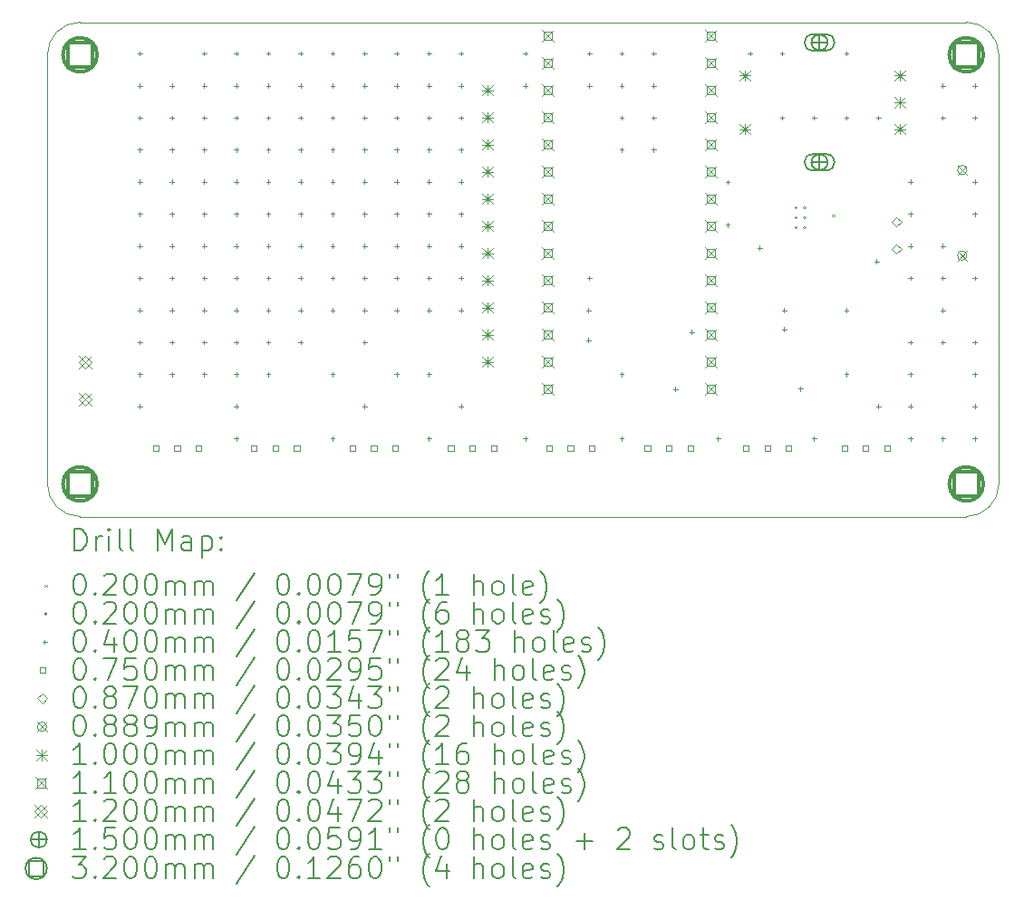
<source format=gbr>
%TF.GenerationSoftware,KiCad,Pcbnew,(6.0.9)*%
%TF.CreationDate,2022-12-29T20:38:57-05:00*%
%TF.ProjectId,led_controller,6c65645f-636f-46e7-9472-6f6c6c65722e,rev?*%
%TF.SameCoordinates,Original*%
%TF.FileFunction,Drillmap*%
%TF.FilePolarity,Positive*%
%FSLAX45Y45*%
G04 Gerber Fmt 4.5, Leading zero omitted, Abs format (unit mm)*
G04 Created by KiCad (PCBNEW (6.0.9)) date 2022-12-29 20:38:57*
%MOMM*%
%LPD*%
G01*
G04 APERTURE LIST*
%ADD10C,0.100000*%
%ADD11C,0.200000*%
%ADD12C,0.020000*%
%ADD13C,0.040000*%
%ADD14C,0.075000*%
%ADD15C,0.087000*%
%ADD16C,0.088900*%
%ADD17C,0.110000*%
%ADD18C,0.120000*%
%ADD19C,0.150000*%
%ADD20C,0.320000*%
G04 APERTURE END LIST*
D10*
X17907000Y-9017000D02*
X17907000Y-13030200D01*
X9017000Y-13030200D02*
X9017000Y-9017000D01*
X17602200Y-13335000D02*
X9321800Y-13335000D01*
X9321800Y-8712200D02*
G75*
G03*
X9017000Y-9017000I0J-304800D01*
G01*
X9321800Y-8712200D02*
X17602200Y-8712200D01*
X17602200Y-13335000D02*
G75*
G03*
X17907000Y-13030200I0J304800D01*
G01*
X9017000Y-13030200D02*
G75*
G03*
X9321800Y-13335000I304800J0D01*
G01*
X17907000Y-9017000D02*
G75*
G03*
X17602200Y-8712200I-304800J0D01*
G01*
D11*
D12*
X16349000Y-10511000D02*
X16369000Y-10531000D01*
X16369000Y-10511000D02*
X16349000Y-10531000D01*
X16022800Y-10448500D02*
G75*
G03*
X16022800Y-10448500I-10000J0D01*
G01*
X16022800Y-10541000D02*
G75*
G03*
X16022800Y-10541000I-10000J0D01*
G01*
X16022800Y-10633500D02*
G75*
G03*
X16022800Y-10633500I-10000J0D01*
G01*
X16102800Y-10448500D02*
G75*
G03*
X16102800Y-10448500I-10000J0D01*
G01*
X16102800Y-10541000D02*
G75*
G03*
X16102800Y-10541000I-10000J0D01*
G01*
X16102800Y-10633500D02*
G75*
G03*
X16102800Y-10633500I-10000J0D01*
G01*
D13*
X9881250Y-8984700D02*
X9881250Y-9024700D01*
X9861250Y-9004700D02*
X9901250Y-9004700D01*
X9881250Y-9284700D02*
X9881250Y-9324700D01*
X9861250Y-9304700D02*
X9901250Y-9304700D01*
X9881250Y-9584700D02*
X9881250Y-9624700D01*
X9861250Y-9604700D02*
X9901250Y-9604700D01*
X9881250Y-9884700D02*
X9881250Y-9924700D01*
X9861250Y-9904700D02*
X9901250Y-9904700D01*
X9881250Y-10184700D02*
X9881250Y-10224700D01*
X9861250Y-10204700D02*
X9901250Y-10204700D01*
X9881250Y-10484700D02*
X9881250Y-10524700D01*
X9861250Y-10504700D02*
X9901250Y-10504700D01*
X9881250Y-10784700D02*
X9881250Y-10824700D01*
X9861250Y-10804700D02*
X9901250Y-10804700D01*
X9881250Y-11084700D02*
X9881250Y-11124700D01*
X9861250Y-11104700D02*
X9901250Y-11104700D01*
X9881250Y-11384700D02*
X9881250Y-11424700D01*
X9861250Y-11404700D02*
X9901250Y-11404700D01*
X9881250Y-11684700D02*
X9881250Y-11724700D01*
X9861250Y-11704700D02*
X9901250Y-11704700D01*
X9881250Y-11984700D02*
X9881250Y-12024700D01*
X9861250Y-12004700D02*
X9901250Y-12004700D01*
X9881250Y-12284700D02*
X9881250Y-12324700D01*
X9861250Y-12304700D02*
X9901250Y-12304700D01*
X10181250Y-9284700D02*
X10181250Y-9324700D01*
X10161250Y-9304700D02*
X10201250Y-9304700D01*
X10181250Y-9584700D02*
X10181250Y-9624700D01*
X10161250Y-9604700D02*
X10201250Y-9604700D01*
X10181250Y-9884700D02*
X10181250Y-9924700D01*
X10161250Y-9904700D02*
X10201250Y-9904700D01*
X10181250Y-10184700D02*
X10181250Y-10224700D01*
X10161250Y-10204700D02*
X10201250Y-10204700D01*
X10181250Y-10484700D02*
X10181250Y-10524700D01*
X10161250Y-10504700D02*
X10201250Y-10504700D01*
X10181250Y-10784700D02*
X10181250Y-10824700D01*
X10161250Y-10804700D02*
X10201250Y-10804700D01*
X10181250Y-11084700D02*
X10181250Y-11124700D01*
X10161250Y-11104700D02*
X10201250Y-11104700D01*
X10181250Y-11384700D02*
X10181250Y-11424700D01*
X10161250Y-11404700D02*
X10201250Y-11404700D01*
X10181250Y-11684700D02*
X10181250Y-11724700D01*
X10161250Y-11704700D02*
X10201250Y-11704700D01*
X10181250Y-11984700D02*
X10181250Y-12024700D01*
X10161250Y-12004700D02*
X10201250Y-12004700D01*
X10481250Y-8984700D02*
X10481250Y-9024700D01*
X10461250Y-9004700D02*
X10501250Y-9004700D01*
X10481250Y-9284700D02*
X10481250Y-9324700D01*
X10461250Y-9304700D02*
X10501250Y-9304700D01*
X10481250Y-9584700D02*
X10481250Y-9624700D01*
X10461250Y-9604700D02*
X10501250Y-9604700D01*
X10481250Y-9884700D02*
X10481250Y-9924700D01*
X10461250Y-9904700D02*
X10501250Y-9904700D01*
X10481250Y-10184700D02*
X10481250Y-10224700D01*
X10461250Y-10204700D02*
X10501250Y-10204700D01*
X10481250Y-10484700D02*
X10481250Y-10524700D01*
X10461250Y-10504700D02*
X10501250Y-10504700D01*
X10481250Y-10784700D02*
X10481250Y-10824700D01*
X10461250Y-10804700D02*
X10501250Y-10804700D01*
X10481250Y-11084700D02*
X10481250Y-11124700D01*
X10461250Y-11104700D02*
X10501250Y-11104700D01*
X10481250Y-11384700D02*
X10481250Y-11424700D01*
X10461250Y-11404700D02*
X10501250Y-11404700D01*
X10481250Y-11684700D02*
X10481250Y-11724700D01*
X10461250Y-11704700D02*
X10501250Y-11704700D01*
X10481250Y-11984700D02*
X10481250Y-12024700D01*
X10461250Y-12004700D02*
X10501250Y-12004700D01*
X10781250Y-8984700D02*
X10781250Y-9024700D01*
X10761250Y-9004700D02*
X10801250Y-9004700D01*
X10781250Y-9284700D02*
X10781250Y-9324700D01*
X10761250Y-9304700D02*
X10801250Y-9304700D01*
X10781250Y-9584700D02*
X10781250Y-9624700D01*
X10761250Y-9604700D02*
X10801250Y-9604700D01*
X10781250Y-9884700D02*
X10781250Y-9924700D01*
X10761250Y-9904700D02*
X10801250Y-9904700D01*
X10781250Y-10184700D02*
X10781250Y-10224700D01*
X10761250Y-10204700D02*
X10801250Y-10204700D01*
X10781250Y-10484700D02*
X10781250Y-10524700D01*
X10761250Y-10504700D02*
X10801250Y-10504700D01*
X10781250Y-10784700D02*
X10781250Y-10824700D01*
X10761250Y-10804700D02*
X10801250Y-10804700D01*
X10781250Y-11084700D02*
X10781250Y-11124700D01*
X10761250Y-11104700D02*
X10801250Y-11104700D01*
X10781250Y-11384700D02*
X10781250Y-11424700D01*
X10761250Y-11404700D02*
X10801250Y-11404700D01*
X10781250Y-11684700D02*
X10781250Y-11724700D01*
X10761250Y-11704700D02*
X10801250Y-11704700D01*
X10781250Y-11984700D02*
X10781250Y-12024700D01*
X10761250Y-12004700D02*
X10801250Y-12004700D01*
X10781250Y-12284700D02*
X10781250Y-12324700D01*
X10761250Y-12304700D02*
X10801250Y-12304700D01*
X10781250Y-12584700D02*
X10781250Y-12624700D01*
X10761250Y-12604700D02*
X10801250Y-12604700D01*
X11081250Y-8984700D02*
X11081250Y-9024700D01*
X11061250Y-9004700D02*
X11101250Y-9004700D01*
X11081250Y-9284700D02*
X11081250Y-9324700D01*
X11061250Y-9304700D02*
X11101250Y-9304700D01*
X11081250Y-9584700D02*
X11081250Y-9624700D01*
X11061250Y-9604700D02*
X11101250Y-9604700D01*
X11081250Y-9884700D02*
X11081250Y-9924700D01*
X11061250Y-9904700D02*
X11101250Y-9904700D01*
X11081250Y-10184700D02*
X11081250Y-10224700D01*
X11061250Y-10204700D02*
X11101250Y-10204700D01*
X11081250Y-10484700D02*
X11081250Y-10524700D01*
X11061250Y-10504700D02*
X11101250Y-10504700D01*
X11081250Y-10784700D02*
X11081250Y-10824700D01*
X11061250Y-10804700D02*
X11101250Y-10804700D01*
X11081250Y-11084700D02*
X11081250Y-11124700D01*
X11061250Y-11104700D02*
X11101250Y-11104700D01*
X11081250Y-11384700D02*
X11081250Y-11424700D01*
X11061250Y-11404700D02*
X11101250Y-11404700D01*
X11081250Y-11684700D02*
X11081250Y-11724700D01*
X11061250Y-11704700D02*
X11101250Y-11704700D01*
X11081250Y-11984700D02*
X11081250Y-12024700D01*
X11061250Y-12004700D02*
X11101250Y-12004700D01*
X11381250Y-8984700D02*
X11381250Y-9024700D01*
X11361250Y-9004700D02*
X11401250Y-9004700D01*
X11381250Y-9284700D02*
X11381250Y-9324700D01*
X11361250Y-9304700D02*
X11401250Y-9304700D01*
X11381250Y-9584700D02*
X11381250Y-9624700D01*
X11361250Y-9604700D02*
X11401250Y-9604700D01*
X11381250Y-9884700D02*
X11381250Y-9924700D01*
X11361250Y-9904700D02*
X11401250Y-9904700D01*
X11381250Y-10184700D02*
X11381250Y-10224700D01*
X11361250Y-10204700D02*
X11401250Y-10204700D01*
X11381250Y-10484700D02*
X11381250Y-10524700D01*
X11361250Y-10504700D02*
X11401250Y-10504700D01*
X11381250Y-10784700D02*
X11381250Y-10824700D01*
X11361250Y-10804700D02*
X11401250Y-10804700D01*
X11381250Y-11084700D02*
X11381250Y-11124700D01*
X11361250Y-11104700D02*
X11401250Y-11104700D01*
X11381250Y-11384700D02*
X11381250Y-11424700D01*
X11361250Y-11404700D02*
X11401250Y-11404700D01*
X11381250Y-11684700D02*
X11381250Y-11724700D01*
X11361250Y-11704700D02*
X11401250Y-11704700D01*
X11681250Y-8984700D02*
X11681250Y-9024700D01*
X11661250Y-9004700D02*
X11701250Y-9004700D01*
X11681250Y-9284700D02*
X11681250Y-9324700D01*
X11661250Y-9304700D02*
X11701250Y-9304700D01*
X11681250Y-9584700D02*
X11681250Y-9624700D01*
X11661250Y-9604700D02*
X11701250Y-9604700D01*
X11681250Y-9884700D02*
X11681250Y-9924700D01*
X11661250Y-9904700D02*
X11701250Y-9904700D01*
X11681250Y-10184700D02*
X11681250Y-10224700D01*
X11661250Y-10204700D02*
X11701250Y-10204700D01*
X11681250Y-10484700D02*
X11681250Y-10524700D01*
X11661250Y-10504700D02*
X11701250Y-10504700D01*
X11681250Y-10784700D02*
X11681250Y-10824700D01*
X11661250Y-10804700D02*
X11701250Y-10804700D01*
X11681250Y-11084700D02*
X11681250Y-11124700D01*
X11661250Y-11104700D02*
X11701250Y-11104700D01*
X11681250Y-11384700D02*
X11681250Y-11424700D01*
X11661250Y-11404700D02*
X11701250Y-11404700D01*
X11681250Y-11984700D02*
X11681250Y-12024700D01*
X11661250Y-12004700D02*
X11701250Y-12004700D01*
X11681250Y-12584700D02*
X11681250Y-12624700D01*
X11661250Y-12604700D02*
X11701250Y-12604700D01*
X11981250Y-8984700D02*
X11981250Y-9024700D01*
X11961250Y-9004700D02*
X12001250Y-9004700D01*
X11981250Y-9284700D02*
X11981250Y-9324700D01*
X11961250Y-9304700D02*
X12001250Y-9304700D01*
X11981250Y-9584700D02*
X11981250Y-9624700D01*
X11961250Y-9604700D02*
X12001250Y-9604700D01*
X11981250Y-9884700D02*
X11981250Y-9924700D01*
X11961250Y-9904700D02*
X12001250Y-9904700D01*
X11981250Y-10184700D02*
X11981250Y-10224700D01*
X11961250Y-10204700D02*
X12001250Y-10204700D01*
X11981250Y-10484700D02*
X11981250Y-10524700D01*
X11961250Y-10504700D02*
X12001250Y-10504700D01*
X11981250Y-10784700D02*
X11981250Y-10824700D01*
X11961250Y-10804700D02*
X12001250Y-10804700D01*
X11981250Y-11084700D02*
X11981250Y-11124700D01*
X11961250Y-11104700D02*
X12001250Y-11104700D01*
X11981250Y-11384700D02*
X11981250Y-11424700D01*
X11961250Y-11404700D02*
X12001250Y-11404700D01*
X11981250Y-11684700D02*
X11981250Y-11724700D01*
X11961250Y-11704700D02*
X12001250Y-11704700D01*
X11981250Y-12284700D02*
X11981250Y-12324700D01*
X11961250Y-12304700D02*
X12001250Y-12304700D01*
X12281250Y-8984700D02*
X12281250Y-9024700D01*
X12261250Y-9004700D02*
X12301250Y-9004700D01*
X12281250Y-9284700D02*
X12281250Y-9324700D01*
X12261250Y-9304700D02*
X12301250Y-9304700D01*
X12281250Y-9584700D02*
X12281250Y-9624700D01*
X12261250Y-9604700D02*
X12301250Y-9604700D01*
X12281250Y-9884700D02*
X12281250Y-9924700D01*
X12261250Y-9904700D02*
X12301250Y-9904700D01*
X12281250Y-10184700D02*
X12281250Y-10224700D01*
X12261250Y-10204700D02*
X12301250Y-10204700D01*
X12281250Y-10484700D02*
X12281250Y-10524700D01*
X12261250Y-10504700D02*
X12301250Y-10504700D01*
X12281250Y-10784700D02*
X12281250Y-10824700D01*
X12261250Y-10804700D02*
X12301250Y-10804700D01*
X12281250Y-11084700D02*
X12281250Y-11124700D01*
X12261250Y-11104700D02*
X12301250Y-11104700D01*
X12281250Y-11384700D02*
X12281250Y-11424700D01*
X12261250Y-11404700D02*
X12301250Y-11404700D01*
X12281250Y-11984700D02*
X12281250Y-12024700D01*
X12261250Y-12004700D02*
X12301250Y-12004700D01*
X12581250Y-8984700D02*
X12581250Y-9024700D01*
X12561250Y-9004700D02*
X12601250Y-9004700D01*
X12581250Y-9284700D02*
X12581250Y-9324700D01*
X12561250Y-9304700D02*
X12601250Y-9304700D01*
X12581250Y-9584700D02*
X12581250Y-9624700D01*
X12561250Y-9604700D02*
X12601250Y-9604700D01*
X12581250Y-9884700D02*
X12581250Y-9924700D01*
X12561250Y-9904700D02*
X12601250Y-9904700D01*
X12581250Y-10184700D02*
X12581250Y-10224700D01*
X12561250Y-10204700D02*
X12601250Y-10204700D01*
X12581250Y-10484700D02*
X12581250Y-10524700D01*
X12561250Y-10504700D02*
X12601250Y-10504700D01*
X12581250Y-10784700D02*
X12581250Y-10824700D01*
X12561250Y-10804700D02*
X12601250Y-10804700D01*
X12581250Y-11084700D02*
X12581250Y-11124700D01*
X12561250Y-11104700D02*
X12601250Y-11104700D01*
X12581250Y-11384700D02*
X12581250Y-11424700D01*
X12561250Y-11404700D02*
X12601250Y-11404700D01*
X12581250Y-11984700D02*
X12581250Y-12024700D01*
X12561250Y-12004700D02*
X12601250Y-12004700D01*
X12581250Y-12584700D02*
X12581250Y-12624700D01*
X12561250Y-12604700D02*
X12601250Y-12604700D01*
X12881250Y-8984700D02*
X12881250Y-9024700D01*
X12861250Y-9004700D02*
X12901250Y-9004700D01*
X12881250Y-9284700D02*
X12881250Y-9324700D01*
X12861250Y-9304700D02*
X12901250Y-9304700D01*
X12881250Y-9584700D02*
X12881250Y-9624700D01*
X12861250Y-9604700D02*
X12901250Y-9604700D01*
X12881250Y-9884700D02*
X12881250Y-9924700D01*
X12861250Y-9904700D02*
X12901250Y-9904700D01*
X12881250Y-10184700D02*
X12881250Y-10224700D01*
X12861250Y-10204700D02*
X12901250Y-10204700D01*
X12881250Y-10484700D02*
X12881250Y-10524700D01*
X12861250Y-10504700D02*
X12901250Y-10504700D01*
X12881250Y-10784700D02*
X12881250Y-10824700D01*
X12861250Y-10804700D02*
X12901250Y-10804700D01*
X12881250Y-11084700D02*
X12881250Y-11124700D01*
X12861250Y-11104700D02*
X12901250Y-11104700D01*
X12881250Y-11384700D02*
X12881250Y-11424700D01*
X12861250Y-11404700D02*
X12901250Y-11404700D01*
X12881250Y-12284700D02*
X12881250Y-12324700D01*
X12861250Y-12304700D02*
X12901250Y-12304700D01*
X13481250Y-8984700D02*
X13481250Y-9024700D01*
X13461250Y-9004700D02*
X13501250Y-9004700D01*
X13481250Y-9284700D02*
X13481250Y-9324700D01*
X13461250Y-9304700D02*
X13501250Y-9304700D01*
X13481250Y-12584700D02*
X13481250Y-12624700D01*
X13461250Y-12604700D02*
X13501250Y-12604700D01*
X14071600Y-11384600D02*
X14071600Y-11424600D01*
X14051600Y-11404600D02*
X14091600Y-11404600D01*
X14071600Y-11664000D02*
X14071600Y-11704000D01*
X14051600Y-11684000D02*
X14091600Y-11684000D01*
X14081250Y-8984700D02*
X14081250Y-9024700D01*
X14061250Y-9004700D02*
X14101250Y-9004700D01*
X14081250Y-9284700D02*
X14081250Y-9324700D01*
X14061250Y-9304700D02*
X14101250Y-9304700D01*
X14081250Y-11084700D02*
X14081250Y-11124700D01*
X14061250Y-11104700D02*
X14101250Y-11104700D01*
X14381250Y-8984700D02*
X14381250Y-9024700D01*
X14361250Y-9004700D02*
X14401250Y-9004700D01*
X14381250Y-9284700D02*
X14381250Y-9324700D01*
X14361250Y-9304700D02*
X14401250Y-9304700D01*
X14381250Y-9584700D02*
X14381250Y-9624700D01*
X14361250Y-9604700D02*
X14401250Y-9604700D01*
X14381250Y-9884700D02*
X14381250Y-9924700D01*
X14361250Y-9904700D02*
X14401250Y-9904700D01*
X14381250Y-11984700D02*
X14381250Y-12024700D01*
X14361250Y-12004700D02*
X14401250Y-12004700D01*
X14381250Y-12584700D02*
X14381250Y-12624700D01*
X14361250Y-12604700D02*
X14401250Y-12604700D01*
X14681250Y-8984700D02*
X14681250Y-9024700D01*
X14661250Y-9004700D02*
X14701250Y-9004700D01*
X14681250Y-9284700D02*
X14681250Y-9324700D01*
X14661250Y-9304700D02*
X14701250Y-9304700D01*
X14681250Y-9584700D02*
X14681250Y-9624700D01*
X14661250Y-9604700D02*
X14701250Y-9604700D01*
X14681250Y-9884700D02*
X14681250Y-9924700D01*
X14661250Y-9904700D02*
X14701250Y-9904700D01*
X14884400Y-12121200D02*
X14884400Y-12161200D01*
X14864400Y-12141200D02*
X14904400Y-12141200D01*
X15036800Y-11587800D02*
X15036800Y-11627800D01*
X15016800Y-11607800D02*
X15056800Y-11607800D01*
X15281250Y-12584700D02*
X15281250Y-12624700D01*
X15261250Y-12604700D02*
X15301250Y-12604700D01*
X15372949Y-10186570D02*
X15372949Y-10226570D01*
X15352949Y-10206570D02*
X15392949Y-10206570D01*
X15372949Y-10587150D02*
X15372949Y-10627150D01*
X15352949Y-10607150D02*
X15392949Y-10607150D01*
X15581250Y-8984700D02*
X15581250Y-9024700D01*
X15561250Y-9004700D02*
X15601250Y-9004700D01*
X15671800Y-10800400D02*
X15671800Y-10840400D01*
X15651800Y-10820400D02*
X15691800Y-10820400D01*
X15881250Y-8984700D02*
X15881250Y-9024700D01*
X15861250Y-9004700D02*
X15901250Y-9004700D01*
X15881250Y-9584700D02*
X15881250Y-9624700D01*
X15861250Y-9604700D02*
X15901250Y-9604700D01*
X15900400Y-11384600D02*
X15900400Y-11424600D01*
X15880400Y-11404600D02*
X15920400Y-11404600D01*
X15900400Y-11562400D02*
X15900400Y-11602400D01*
X15880400Y-11582400D02*
X15920400Y-11582400D01*
X16053371Y-12120629D02*
X16053371Y-12160629D01*
X16033371Y-12140629D02*
X16073371Y-12140629D01*
X16181250Y-9584700D02*
X16181250Y-9624700D01*
X16161250Y-9604700D02*
X16201250Y-9604700D01*
X16181250Y-12584700D02*
X16181250Y-12624700D01*
X16161250Y-12604700D02*
X16201250Y-12604700D01*
X16481250Y-8984700D02*
X16481250Y-9024700D01*
X16461250Y-9004700D02*
X16501250Y-9004700D01*
X16481250Y-9584700D02*
X16481250Y-9624700D01*
X16461250Y-9604700D02*
X16501250Y-9604700D01*
X16481250Y-11384700D02*
X16481250Y-11424700D01*
X16461250Y-11404700D02*
X16501250Y-11404700D01*
X16481250Y-11984700D02*
X16481250Y-12024700D01*
X16461250Y-12004700D02*
X16501250Y-12004700D01*
X16764000Y-10927400D02*
X16764000Y-10967400D01*
X16744000Y-10947400D02*
X16784000Y-10947400D01*
X16781250Y-9584700D02*
X16781250Y-9624700D01*
X16761250Y-9604700D02*
X16801250Y-9604700D01*
X16781250Y-12284700D02*
X16781250Y-12324700D01*
X16761250Y-12304700D02*
X16801250Y-12304700D01*
X17081250Y-10184700D02*
X17081250Y-10224700D01*
X17061250Y-10204700D02*
X17101250Y-10204700D01*
X17081250Y-10484700D02*
X17081250Y-10524700D01*
X17061250Y-10504700D02*
X17101250Y-10504700D01*
X17081250Y-10784700D02*
X17081250Y-10824700D01*
X17061250Y-10804700D02*
X17101250Y-10804700D01*
X17081250Y-11084700D02*
X17081250Y-11124700D01*
X17061250Y-11104700D02*
X17101250Y-11104700D01*
X17081250Y-11684700D02*
X17081250Y-11724700D01*
X17061250Y-11704700D02*
X17101250Y-11704700D01*
X17081250Y-11984700D02*
X17081250Y-12024700D01*
X17061250Y-12004700D02*
X17101250Y-12004700D01*
X17081250Y-12284700D02*
X17081250Y-12324700D01*
X17061250Y-12304700D02*
X17101250Y-12304700D01*
X17081250Y-12584700D02*
X17081250Y-12624700D01*
X17061250Y-12604700D02*
X17101250Y-12604700D01*
X17381250Y-9284700D02*
X17381250Y-9324700D01*
X17361250Y-9304700D02*
X17401250Y-9304700D01*
X17381250Y-9584700D02*
X17381250Y-9624700D01*
X17361250Y-9604700D02*
X17401250Y-9604700D01*
X17381250Y-10784700D02*
X17381250Y-10824700D01*
X17361250Y-10804700D02*
X17401250Y-10804700D01*
X17381250Y-11084700D02*
X17381250Y-11124700D01*
X17361250Y-11104700D02*
X17401250Y-11104700D01*
X17381250Y-11384700D02*
X17381250Y-11424700D01*
X17361250Y-11404700D02*
X17401250Y-11404700D01*
X17381250Y-11684700D02*
X17381250Y-11724700D01*
X17361250Y-11704700D02*
X17401250Y-11704700D01*
X17381250Y-12584700D02*
X17381250Y-12624700D01*
X17361250Y-12604700D02*
X17401250Y-12604700D01*
X17681250Y-9284700D02*
X17681250Y-9324700D01*
X17661250Y-9304700D02*
X17701250Y-9304700D01*
X17681250Y-9584700D02*
X17681250Y-9624700D01*
X17661250Y-9604700D02*
X17701250Y-9604700D01*
X17681250Y-10184700D02*
X17681250Y-10224700D01*
X17661250Y-10204700D02*
X17701250Y-10204700D01*
X17681250Y-10484700D02*
X17681250Y-10524700D01*
X17661250Y-10504700D02*
X17701250Y-10504700D01*
X17681250Y-11084700D02*
X17681250Y-11124700D01*
X17661250Y-11104700D02*
X17701250Y-11104700D01*
X17681250Y-11684700D02*
X17681250Y-11724700D01*
X17661250Y-11704700D02*
X17701250Y-11704700D01*
X17681250Y-11984700D02*
X17681250Y-12024700D01*
X17661250Y-12004700D02*
X17701250Y-12004700D01*
X17681250Y-12284700D02*
X17681250Y-12324700D01*
X17661250Y-12304700D02*
X17701250Y-12304700D01*
X17681250Y-12584700D02*
X17681250Y-12624700D01*
X17661250Y-12604700D02*
X17701250Y-12604700D01*
D14*
X10055009Y-12719117D02*
X10055009Y-12666083D01*
X10001975Y-12666083D01*
X10001975Y-12719117D01*
X10055009Y-12719117D01*
X10255009Y-12719117D02*
X10255009Y-12666083D01*
X10201975Y-12666083D01*
X10201975Y-12719117D01*
X10255009Y-12719117D01*
X10455009Y-12719117D02*
X10455009Y-12666083D01*
X10401975Y-12666083D01*
X10401975Y-12719117D01*
X10455009Y-12719117D01*
X10974139Y-12719117D02*
X10974139Y-12666083D01*
X10921105Y-12666083D01*
X10921105Y-12719117D01*
X10974139Y-12719117D01*
X11174139Y-12719117D02*
X11174139Y-12666083D01*
X11121105Y-12666083D01*
X11121105Y-12719117D01*
X11174139Y-12719117D01*
X11374139Y-12719117D02*
X11374139Y-12666083D01*
X11321105Y-12666083D01*
X11321105Y-12719117D01*
X11374139Y-12719117D01*
X11893268Y-12719117D02*
X11893268Y-12666083D01*
X11840235Y-12666083D01*
X11840235Y-12719117D01*
X11893268Y-12719117D01*
X12093268Y-12719117D02*
X12093268Y-12666083D01*
X12040235Y-12666083D01*
X12040235Y-12719117D01*
X12093268Y-12719117D01*
X12293268Y-12719117D02*
X12293268Y-12666083D01*
X12240235Y-12666083D01*
X12240235Y-12719117D01*
X12293268Y-12719117D01*
X12812398Y-12719117D02*
X12812398Y-12666083D01*
X12759364Y-12666083D01*
X12759364Y-12719117D01*
X12812398Y-12719117D01*
X13012398Y-12719117D02*
X13012398Y-12666083D01*
X12959364Y-12666083D01*
X12959364Y-12719117D01*
X13012398Y-12719117D01*
X13212398Y-12719117D02*
X13212398Y-12666083D01*
X13159364Y-12666083D01*
X13159364Y-12719117D01*
X13212398Y-12719117D01*
X13731527Y-12719117D02*
X13731527Y-12666083D01*
X13678494Y-12666083D01*
X13678494Y-12719117D01*
X13731527Y-12719117D01*
X13931527Y-12719117D02*
X13931527Y-12666083D01*
X13878494Y-12666083D01*
X13878494Y-12719117D01*
X13931527Y-12719117D01*
X14131527Y-12719117D02*
X14131527Y-12666083D01*
X14078494Y-12666083D01*
X14078494Y-12719117D01*
X14131527Y-12719117D01*
X14650657Y-12719117D02*
X14650657Y-12666083D01*
X14597623Y-12666083D01*
X14597623Y-12719117D01*
X14650657Y-12719117D01*
X14850657Y-12719117D02*
X14850657Y-12666083D01*
X14797623Y-12666083D01*
X14797623Y-12719117D01*
X14850657Y-12719117D01*
X15050657Y-12719117D02*
X15050657Y-12666083D01*
X14997623Y-12666083D01*
X14997623Y-12719117D01*
X15050657Y-12719117D01*
X15569787Y-12719117D02*
X15569787Y-12666083D01*
X15516753Y-12666083D01*
X15516753Y-12719117D01*
X15569787Y-12719117D01*
X15769787Y-12719117D02*
X15769787Y-12666083D01*
X15716753Y-12666083D01*
X15716753Y-12719117D01*
X15769787Y-12719117D01*
X15969787Y-12719117D02*
X15969787Y-12666083D01*
X15916753Y-12666083D01*
X15916753Y-12719117D01*
X15969787Y-12719117D01*
X16488917Y-12719117D02*
X16488917Y-12666083D01*
X16435883Y-12666083D01*
X16435883Y-12719117D01*
X16488917Y-12719117D01*
X16688917Y-12719117D02*
X16688917Y-12666083D01*
X16635883Y-12666083D01*
X16635883Y-12719117D01*
X16688917Y-12719117D01*
X16888917Y-12719117D02*
X16888917Y-12666083D01*
X16835883Y-12666083D01*
X16835883Y-12719117D01*
X16888917Y-12719117D01*
D15*
X16951300Y-10622600D02*
X16994800Y-10579100D01*
X16951300Y-10535600D01*
X16907800Y-10579100D01*
X16951300Y-10622600D01*
X16951300Y-10876600D02*
X16994800Y-10833100D01*
X16951300Y-10789600D01*
X16907800Y-10833100D01*
X16951300Y-10876600D01*
D16*
X17519650Y-10050099D02*
X17608550Y-10138999D01*
X17608550Y-10050099D02*
X17519650Y-10138999D01*
X17608550Y-10094549D02*
G75*
G03*
X17608550Y-10094549I-44450J0D01*
G01*
X17519650Y-10850099D02*
X17608550Y-10938999D01*
X17608550Y-10850099D02*
X17519650Y-10938999D01*
X17608550Y-10894549D02*
G75*
G03*
X17608550Y-10894549I-44450J0D01*
G01*
D10*
X13081800Y-9297200D02*
X13181800Y-9397200D01*
X13181800Y-9297200D02*
X13081800Y-9397200D01*
X13131800Y-9297200D02*
X13131800Y-9397200D01*
X13081800Y-9347200D02*
X13181800Y-9347200D01*
X13081800Y-9551200D02*
X13181800Y-9651200D01*
X13181800Y-9551200D02*
X13081800Y-9651200D01*
X13131800Y-9551200D02*
X13131800Y-9651200D01*
X13081800Y-9601200D02*
X13181800Y-9601200D01*
X13081800Y-9805200D02*
X13181800Y-9905200D01*
X13181800Y-9805200D02*
X13081800Y-9905200D01*
X13131800Y-9805200D02*
X13131800Y-9905200D01*
X13081800Y-9855200D02*
X13181800Y-9855200D01*
X13081800Y-10059200D02*
X13181800Y-10159200D01*
X13181800Y-10059200D02*
X13081800Y-10159200D01*
X13131800Y-10059200D02*
X13131800Y-10159200D01*
X13081800Y-10109200D02*
X13181800Y-10109200D01*
X13081800Y-10313200D02*
X13181800Y-10413200D01*
X13181800Y-10313200D02*
X13081800Y-10413200D01*
X13131800Y-10313200D02*
X13131800Y-10413200D01*
X13081800Y-10363200D02*
X13181800Y-10363200D01*
X13081800Y-10567200D02*
X13181800Y-10667200D01*
X13181800Y-10567200D02*
X13081800Y-10667200D01*
X13131800Y-10567200D02*
X13131800Y-10667200D01*
X13081800Y-10617200D02*
X13181800Y-10617200D01*
X13081800Y-10821200D02*
X13181800Y-10921200D01*
X13181800Y-10821200D02*
X13081800Y-10921200D01*
X13131800Y-10821200D02*
X13131800Y-10921200D01*
X13081800Y-10871200D02*
X13181800Y-10871200D01*
X13081800Y-11075200D02*
X13181800Y-11175200D01*
X13181800Y-11075200D02*
X13081800Y-11175200D01*
X13131800Y-11075200D02*
X13131800Y-11175200D01*
X13081800Y-11125200D02*
X13181800Y-11125200D01*
X13081800Y-11329200D02*
X13181800Y-11429200D01*
X13181800Y-11329200D02*
X13081800Y-11429200D01*
X13131800Y-11329200D02*
X13131800Y-11429200D01*
X13081800Y-11379200D02*
X13181800Y-11379200D01*
X13081800Y-11583200D02*
X13181800Y-11683200D01*
X13181800Y-11583200D02*
X13081800Y-11683200D01*
X13131800Y-11583200D02*
X13131800Y-11683200D01*
X13081800Y-11633200D02*
X13181800Y-11633200D01*
X13081800Y-11837200D02*
X13181800Y-11937200D01*
X13181800Y-11837200D02*
X13081800Y-11937200D01*
X13131800Y-11837200D02*
X13131800Y-11937200D01*
X13081800Y-11887200D02*
X13181800Y-11887200D01*
X15481000Y-9161500D02*
X15581000Y-9261500D01*
X15581000Y-9161500D02*
X15481000Y-9261500D01*
X15531000Y-9161500D02*
X15531000Y-9261500D01*
X15481000Y-9211500D02*
X15581000Y-9211500D01*
X15481000Y-9661500D02*
X15581000Y-9761500D01*
X15581000Y-9661500D02*
X15481000Y-9761500D01*
X15531000Y-9661500D02*
X15531000Y-9761500D01*
X15481000Y-9711500D02*
X15581000Y-9711500D01*
X16931000Y-9161500D02*
X17031000Y-9261500D01*
X17031000Y-9161500D02*
X16931000Y-9261500D01*
X16981000Y-9161500D02*
X16981000Y-9261500D01*
X16931000Y-9211500D02*
X17031000Y-9211500D01*
X16931000Y-9411500D02*
X17031000Y-9511500D01*
X17031000Y-9411500D02*
X16931000Y-9511500D01*
X16981000Y-9411500D02*
X16981000Y-9511500D01*
X16931000Y-9461500D02*
X17031000Y-9461500D01*
X16931000Y-9661500D02*
X17031000Y-9761500D01*
X17031000Y-9661500D02*
X16931000Y-9761500D01*
X16981000Y-9661500D02*
X16981000Y-9761500D01*
X16931000Y-9711500D02*
X17031000Y-9711500D01*
D17*
X13635600Y-8784200D02*
X13745600Y-8894200D01*
X13745600Y-8784200D02*
X13635600Y-8894200D01*
X13729491Y-8878091D02*
X13729491Y-8800309D01*
X13651709Y-8800309D01*
X13651709Y-8878091D01*
X13729491Y-8878091D01*
X13635600Y-9038200D02*
X13745600Y-9148200D01*
X13745600Y-9038200D02*
X13635600Y-9148200D01*
X13729491Y-9132091D02*
X13729491Y-9054309D01*
X13651709Y-9054309D01*
X13651709Y-9132091D01*
X13729491Y-9132091D01*
X13635600Y-9292200D02*
X13745600Y-9402200D01*
X13745600Y-9292200D02*
X13635600Y-9402200D01*
X13729491Y-9386091D02*
X13729491Y-9308309D01*
X13651709Y-9308309D01*
X13651709Y-9386091D01*
X13729491Y-9386091D01*
X13635600Y-9546200D02*
X13745600Y-9656200D01*
X13745600Y-9546200D02*
X13635600Y-9656200D01*
X13729491Y-9640091D02*
X13729491Y-9562309D01*
X13651709Y-9562309D01*
X13651709Y-9640091D01*
X13729491Y-9640091D01*
X13635600Y-9800200D02*
X13745600Y-9910200D01*
X13745600Y-9800200D02*
X13635600Y-9910200D01*
X13729491Y-9894091D02*
X13729491Y-9816309D01*
X13651709Y-9816309D01*
X13651709Y-9894091D01*
X13729491Y-9894091D01*
X13635600Y-10054200D02*
X13745600Y-10164200D01*
X13745600Y-10054200D02*
X13635600Y-10164200D01*
X13729491Y-10148091D02*
X13729491Y-10070309D01*
X13651709Y-10070309D01*
X13651709Y-10148091D01*
X13729491Y-10148091D01*
X13635600Y-10308200D02*
X13745600Y-10418200D01*
X13745600Y-10308200D02*
X13635600Y-10418200D01*
X13729491Y-10402091D02*
X13729491Y-10324309D01*
X13651709Y-10324309D01*
X13651709Y-10402091D01*
X13729491Y-10402091D01*
X13635600Y-10562200D02*
X13745600Y-10672200D01*
X13745600Y-10562200D02*
X13635600Y-10672200D01*
X13729491Y-10656091D02*
X13729491Y-10578309D01*
X13651709Y-10578309D01*
X13651709Y-10656091D01*
X13729491Y-10656091D01*
X13635600Y-10816200D02*
X13745600Y-10926200D01*
X13745600Y-10816200D02*
X13635600Y-10926200D01*
X13729491Y-10910091D02*
X13729491Y-10832309D01*
X13651709Y-10832309D01*
X13651709Y-10910091D01*
X13729491Y-10910091D01*
X13635600Y-11070200D02*
X13745600Y-11180200D01*
X13745600Y-11070200D02*
X13635600Y-11180200D01*
X13729491Y-11164091D02*
X13729491Y-11086309D01*
X13651709Y-11086309D01*
X13651709Y-11164091D01*
X13729491Y-11164091D01*
X13635600Y-11324200D02*
X13745600Y-11434200D01*
X13745600Y-11324200D02*
X13635600Y-11434200D01*
X13729491Y-11418091D02*
X13729491Y-11340309D01*
X13651709Y-11340309D01*
X13651709Y-11418091D01*
X13729491Y-11418091D01*
X13635600Y-11578200D02*
X13745600Y-11688200D01*
X13745600Y-11578200D02*
X13635600Y-11688200D01*
X13729491Y-11672091D02*
X13729491Y-11594309D01*
X13651709Y-11594309D01*
X13651709Y-11672091D01*
X13729491Y-11672091D01*
X13635600Y-11832200D02*
X13745600Y-11942200D01*
X13745600Y-11832200D02*
X13635600Y-11942200D01*
X13729491Y-11926091D02*
X13729491Y-11848309D01*
X13651709Y-11848309D01*
X13651709Y-11926091D01*
X13729491Y-11926091D01*
X13635600Y-12086200D02*
X13745600Y-12196200D01*
X13745600Y-12086200D02*
X13635600Y-12196200D01*
X13729491Y-12180091D02*
X13729491Y-12102309D01*
X13651709Y-12102309D01*
X13651709Y-12180091D01*
X13729491Y-12180091D01*
X15159600Y-8784200D02*
X15269600Y-8894200D01*
X15269600Y-8784200D02*
X15159600Y-8894200D01*
X15253491Y-8878091D02*
X15253491Y-8800309D01*
X15175709Y-8800309D01*
X15175709Y-8878091D01*
X15253491Y-8878091D01*
X15159600Y-9038200D02*
X15269600Y-9148200D01*
X15269600Y-9038200D02*
X15159600Y-9148200D01*
X15253491Y-9132091D02*
X15253491Y-9054309D01*
X15175709Y-9054309D01*
X15175709Y-9132091D01*
X15253491Y-9132091D01*
X15159600Y-9292200D02*
X15269600Y-9402200D01*
X15269600Y-9292200D02*
X15159600Y-9402200D01*
X15253491Y-9386091D02*
X15253491Y-9308309D01*
X15175709Y-9308309D01*
X15175709Y-9386091D01*
X15253491Y-9386091D01*
X15159600Y-9546200D02*
X15269600Y-9656200D01*
X15269600Y-9546200D02*
X15159600Y-9656200D01*
X15253491Y-9640091D02*
X15253491Y-9562309D01*
X15175709Y-9562309D01*
X15175709Y-9640091D01*
X15253491Y-9640091D01*
X15159600Y-9800200D02*
X15269600Y-9910200D01*
X15269600Y-9800200D02*
X15159600Y-9910200D01*
X15253491Y-9894091D02*
X15253491Y-9816309D01*
X15175709Y-9816309D01*
X15175709Y-9894091D01*
X15253491Y-9894091D01*
X15159600Y-10054200D02*
X15269600Y-10164200D01*
X15269600Y-10054200D02*
X15159600Y-10164200D01*
X15253491Y-10148091D02*
X15253491Y-10070309D01*
X15175709Y-10070309D01*
X15175709Y-10148091D01*
X15253491Y-10148091D01*
X15159600Y-10308200D02*
X15269600Y-10418200D01*
X15269600Y-10308200D02*
X15159600Y-10418200D01*
X15253491Y-10402091D02*
X15253491Y-10324309D01*
X15175709Y-10324309D01*
X15175709Y-10402091D01*
X15253491Y-10402091D01*
X15159600Y-10562200D02*
X15269600Y-10672200D01*
X15269600Y-10562200D02*
X15159600Y-10672200D01*
X15253491Y-10656091D02*
X15253491Y-10578309D01*
X15175709Y-10578309D01*
X15175709Y-10656091D01*
X15253491Y-10656091D01*
X15159600Y-10816200D02*
X15269600Y-10926200D01*
X15269600Y-10816200D02*
X15159600Y-10926200D01*
X15253491Y-10910091D02*
X15253491Y-10832309D01*
X15175709Y-10832309D01*
X15175709Y-10910091D01*
X15253491Y-10910091D01*
X15159600Y-11070200D02*
X15269600Y-11180200D01*
X15269600Y-11070200D02*
X15159600Y-11180200D01*
X15253491Y-11164091D02*
X15253491Y-11086309D01*
X15175709Y-11086309D01*
X15175709Y-11164091D01*
X15253491Y-11164091D01*
X15159600Y-11324200D02*
X15269600Y-11434200D01*
X15269600Y-11324200D02*
X15159600Y-11434200D01*
X15253491Y-11418091D02*
X15253491Y-11340309D01*
X15175709Y-11340309D01*
X15175709Y-11418091D01*
X15253491Y-11418091D01*
X15159600Y-11578200D02*
X15269600Y-11688200D01*
X15269600Y-11578200D02*
X15159600Y-11688200D01*
X15253491Y-11672091D02*
X15253491Y-11594309D01*
X15175709Y-11594309D01*
X15175709Y-11672091D01*
X15253491Y-11672091D01*
X15159600Y-11832200D02*
X15269600Y-11942200D01*
X15269600Y-11832200D02*
X15159600Y-11942200D01*
X15253491Y-11926091D02*
X15253491Y-11848309D01*
X15175709Y-11848309D01*
X15175709Y-11926091D01*
X15253491Y-11926091D01*
X15159600Y-12086200D02*
X15269600Y-12196200D01*
X15269600Y-12086200D02*
X15159600Y-12196200D01*
X15253491Y-12180091D02*
X15253491Y-12102309D01*
X15175709Y-12102309D01*
X15175709Y-12180091D01*
X15253491Y-12180091D01*
D18*
X9313000Y-11830000D02*
X9433000Y-11950000D01*
X9433000Y-11830000D02*
X9313000Y-11950000D01*
X9373000Y-11950000D02*
X9433000Y-11890000D01*
X9373000Y-11830000D01*
X9313000Y-11890000D01*
X9373000Y-11950000D01*
X9313000Y-12180000D02*
X9433000Y-12300000D01*
X9433000Y-12180000D02*
X9313000Y-12300000D01*
X9373000Y-12300000D02*
X9433000Y-12240000D01*
X9373000Y-12180000D01*
X9313000Y-12240000D01*
X9373000Y-12300000D01*
D19*
X16231000Y-8826500D02*
X16231000Y-8976500D01*
X16156000Y-8901500D02*
X16306000Y-8901500D01*
X16306000Y-8901500D02*
G75*
G03*
X16306000Y-8901500I-75000J0D01*
G01*
D11*
X16296000Y-8826500D02*
X16166000Y-8826500D01*
X16296000Y-8976500D02*
X16166000Y-8976500D01*
X16166000Y-8826500D02*
G75*
G03*
X16166000Y-8976500I0J-75000D01*
G01*
X16296000Y-8976500D02*
G75*
G03*
X16296000Y-8826500I0J75000D01*
G01*
D19*
X16231000Y-9946500D02*
X16231000Y-10096500D01*
X16156000Y-10021500D02*
X16306000Y-10021500D01*
X16306000Y-10021500D02*
G75*
G03*
X16306000Y-10021500I-75000J0D01*
G01*
D11*
X16296000Y-9946500D02*
X16166000Y-9946500D01*
X16296000Y-10096500D02*
X16166000Y-10096500D01*
X16166000Y-9946500D02*
G75*
G03*
X16166000Y-10096500I0J-75000D01*
G01*
X16296000Y-10096500D02*
G75*
G03*
X16296000Y-9946500I0J75000D01*
G01*
D20*
X9434938Y-9130138D02*
X9434938Y-8903862D01*
X9208662Y-8903862D01*
X9208662Y-9130138D01*
X9434938Y-9130138D01*
X9481800Y-9017000D02*
G75*
G03*
X9481800Y-9017000I-160000J0D01*
G01*
X9434938Y-13143338D02*
X9434938Y-12917062D01*
X9208662Y-12917062D01*
X9208662Y-13143338D01*
X9434938Y-13143338D01*
X9481800Y-13030200D02*
G75*
G03*
X9481800Y-13030200I-160000J0D01*
G01*
X17715338Y-9130138D02*
X17715338Y-8903862D01*
X17489062Y-8903862D01*
X17489062Y-9130138D01*
X17715338Y-9130138D01*
X17762200Y-9017000D02*
G75*
G03*
X17762200Y-9017000I-160000J0D01*
G01*
X17715338Y-13143338D02*
X17715338Y-12917062D01*
X17489062Y-12917062D01*
X17489062Y-13143338D01*
X17715338Y-13143338D01*
X17762200Y-13030200D02*
G75*
G03*
X17762200Y-13030200I-160000J0D01*
G01*
D11*
X9269619Y-13650476D02*
X9269619Y-13450476D01*
X9317238Y-13450476D01*
X9345810Y-13460000D01*
X9364857Y-13479048D01*
X9374381Y-13498095D01*
X9383905Y-13536190D01*
X9383905Y-13564762D01*
X9374381Y-13602857D01*
X9364857Y-13621905D01*
X9345810Y-13640952D01*
X9317238Y-13650476D01*
X9269619Y-13650476D01*
X9469619Y-13650476D02*
X9469619Y-13517143D01*
X9469619Y-13555238D02*
X9479143Y-13536190D01*
X9488667Y-13526667D01*
X9507714Y-13517143D01*
X9526762Y-13517143D01*
X9593429Y-13650476D02*
X9593429Y-13517143D01*
X9593429Y-13450476D02*
X9583905Y-13460000D01*
X9593429Y-13469524D01*
X9602952Y-13460000D01*
X9593429Y-13450476D01*
X9593429Y-13469524D01*
X9717238Y-13650476D02*
X9698190Y-13640952D01*
X9688667Y-13621905D01*
X9688667Y-13450476D01*
X9822000Y-13650476D02*
X9802952Y-13640952D01*
X9793429Y-13621905D01*
X9793429Y-13450476D01*
X10050571Y-13650476D02*
X10050571Y-13450476D01*
X10117238Y-13593333D01*
X10183905Y-13450476D01*
X10183905Y-13650476D01*
X10364857Y-13650476D02*
X10364857Y-13545714D01*
X10355333Y-13526667D01*
X10336286Y-13517143D01*
X10298190Y-13517143D01*
X10279143Y-13526667D01*
X10364857Y-13640952D02*
X10345810Y-13650476D01*
X10298190Y-13650476D01*
X10279143Y-13640952D01*
X10269619Y-13621905D01*
X10269619Y-13602857D01*
X10279143Y-13583809D01*
X10298190Y-13574286D01*
X10345810Y-13574286D01*
X10364857Y-13564762D01*
X10460095Y-13517143D02*
X10460095Y-13717143D01*
X10460095Y-13526667D02*
X10479143Y-13517143D01*
X10517238Y-13517143D01*
X10536286Y-13526667D01*
X10545810Y-13536190D01*
X10555333Y-13555238D01*
X10555333Y-13612381D01*
X10545810Y-13631428D01*
X10536286Y-13640952D01*
X10517238Y-13650476D01*
X10479143Y-13650476D01*
X10460095Y-13640952D01*
X10641048Y-13631428D02*
X10650571Y-13640952D01*
X10641048Y-13650476D01*
X10631524Y-13640952D01*
X10641048Y-13631428D01*
X10641048Y-13650476D01*
X10641048Y-13526667D02*
X10650571Y-13536190D01*
X10641048Y-13545714D01*
X10631524Y-13536190D01*
X10641048Y-13526667D01*
X10641048Y-13545714D01*
D12*
X8992000Y-13970000D02*
X9012000Y-13990000D01*
X9012000Y-13970000D02*
X8992000Y-13990000D01*
D11*
X9307714Y-13870476D02*
X9326762Y-13870476D01*
X9345810Y-13880000D01*
X9355333Y-13889524D01*
X9364857Y-13908571D01*
X9374381Y-13946667D01*
X9374381Y-13994286D01*
X9364857Y-14032381D01*
X9355333Y-14051428D01*
X9345810Y-14060952D01*
X9326762Y-14070476D01*
X9307714Y-14070476D01*
X9288667Y-14060952D01*
X9279143Y-14051428D01*
X9269619Y-14032381D01*
X9260095Y-13994286D01*
X9260095Y-13946667D01*
X9269619Y-13908571D01*
X9279143Y-13889524D01*
X9288667Y-13880000D01*
X9307714Y-13870476D01*
X9460095Y-14051428D02*
X9469619Y-14060952D01*
X9460095Y-14070476D01*
X9450571Y-14060952D01*
X9460095Y-14051428D01*
X9460095Y-14070476D01*
X9545810Y-13889524D02*
X9555333Y-13880000D01*
X9574381Y-13870476D01*
X9622000Y-13870476D01*
X9641048Y-13880000D01*
X9650571Y-13889524D01*
X9660095Y-13908571D01*
X9660095Y-13927619D01*
X9650571Y-13956190D01*
X9536286Y-14070476D01*
X9660095Y-14070476D01*
X9783905Y-13870476D02*
X9802952Y-13870476D01*
X9822000Y-13880000D01*
X9831524Y-13889524D01*
X9841048Y-13908571D01*
X9850571Y-13946667D01*
X9850571Y-13994286D01*
X9841048Y-14032381D01*
X9831524Y-14051428D01*
X9822000Y-14060952D01*
X9802952Y-14070476D01*
X9783905Y-14070476D01*
X9764857Y-14060952D01*
X9755333Y-14051428D01*
X9745810Y-14032381D01*
X9736286Y-13994286D01*
X9736286Y-13946667D01*
X9745810Y-13908571D01*
X9755333Y-13889524D01*
X9764857Y-13880000D01*
X9783905Y-13870476D01*
X9974381Y-13870476D02*
X9993429Y-13870476D01*
X10012476Y-13880000D01*
X10022000Y-13889524D01*
X10031524Y-13908571D01*
X10041048Y-13946667D01*
X10041048Y-13994286D01*
X10031524Y-14032381D01*
X10022000Y-14051428D01*
X10012476Y-14060952D01*
X9993429Y-14070476D01*
X9974381Y-14070476D01*
X9955333Y-14060952D01*
X9945810Y-14051428D01*
X9936286Y-14032381D01*
X9926762Y-13994286D01*
X9926762Y-13946667D01*
X9936286Y-13908571D01*
X9945810Y-13889524D01*
X9955333Y-13880000D01*
X9974381Y-13870476D01*
X10126762Y-14070476D02*
X10126762Y-13937143D01*
X10126762Y-13956190D02*
X10136286Y-13946667D01*
X10155333Y-13937143D01*
X10183905Y-13937143D01*
X10202952Y-13946667D01*
X10212476Y-13965714D01*
X10212476Y-14070476D01*
X10212476Y-13965714D02*
X10222000Y-13946667D01*
X10241048Y-13937143D01*
X10269619Y-13937143D01*
X10288667Y-13946667D01*
X10298190Y-13965714D01*
X10298190Y-14070476D01*
X10393429Y-14070476D02*
X10393429Y-13937143D01*
X10393429Y-13956190D02*
X10402952Y-13946667D01*
X10422000Y-13937143D01*
X10450571Y-13937143D01*
X10469619Y-13946667D01*
X10479143Y-13965714D01*
X10479143Y-14070476D01*
X10479143Y-13965714D02*
X10488667Y-13946667D01*
X10507714Y-13937143D01*
X10536286Y-13937143D01*
X10555333Y-13946667D01*
X10564857Y-13965714D01*
X10564857Y-14070476D01*
X10955333Y-13860952D02*
X10783905Y-14118095D01*
X11212476Y-13870476D02*
X11231524Y-13870476D01*
X11250571Y-13880000D01*
X11260095Y-13889524D01*
X11269619Y-13908571D01*
X11279143Y-13946667D01*
X11279143Y-13994286D01*
X11269619Y-14032381D01*
X11260095Y-14051428D01*
X11250571Y-14060952D01*
X11231524Y-14070476D01*
X11212476Y-14070476D01*
X11193428Y-14060952D01*
X11183905Y-14051428D01*
X11174381Y-14032381D01*
X11164857Y-13994286D01*
X11164857Y-13946667D01*
X11174381Y-13908571D01*
X11183905Y-13889524D01*
X11193428Y-13880000D01*
X11212476Y-13870476D01*
X11364857Y-14051428D02*
X11374381Y-14060952D01*
X11364857Y-14070476D01*
X11355333Y-14060952D01*
X11364857Y-14051428D01*
X11364857Y-14070476D01*
X11498190Y-13870476D02*
X11517238Y-13870476D01*
X11536286Y-13880000D01*
X11545809Y-13889524D01*
X11555333Y-13908571D01*
X11564857Y-13946667D01*
X11564857Y-13994286D01*
X11555333Y-14032381D01*
X11545809Y-14051428D01*
X11536286Y-14060952D01*
X11517238Y-14070476D01*
X11498190Y-14070476D01*
X11479143Y-14060952D01*
X11469619Y-14051428D01*
X11460095Y-14032381D01*
X11450571Y-13994286D01*
X11450571Y-13946667D01*
X11460095Y-13908571D01*
X11469619Y-13889524D01*
X11479143Y-13880000D01*
X11498190Y-13870476D01*
X11688667Y-13870476D02*
X11707714Y-13870476D01*
X11726762Y-13880000D01*
X11736286Y-13889524D01*
X11745809Y-13908571D01*
X11755333Y-13946667D01*
X11755333Y-13994286D01*
X11745809Y-14032381D01*
X11736286Y-14051428D01*
X11726762Y-14060952D01*
X11707714Y-14070476D01*
X11688667Y-14070476D01*
X11669619Y-14060952D01*
X11660095Y-14051428D01*
X11650571Y-14032381D01*
X11641048Y-13994286D01*
X11641048Y-13946667D01*
X11650571Y-13908571D01*
X11660095Y-13889524D01*
X11669619Y-13880000D01*
X11688667Y-13870476D01*
X11822000Y-13870476D02*
X11955333Y-13870476D01*
X11869619Y-14070476D01*
X12041048Y-14070476D02*
X12079143Y-14070476D01*
X12098190Y-14060952D01*
X12107714Y-14051428D01*
X12126762Y-14022857D01*
X12136286Y-13984762D01*
X12136286Y-13908571D01*
X12126762Y-13889524D01*
X12117238Y-13880000D01*
X12098190Y-13870476D01*
X12060095Y-13870476D01*
X12041048Y-13880000D01*
X12031524Y-13889524D01*
X12022000Y-13908571D01*
X12022000Y-13956190D01*
X12031524Y-13975238D01*
X12041048Y-13984762D01*
X12060095Y-13994286D01*
X12098190Y-13994286D01*
X12117238Y-13984762D01*
X12126762Y-13975238D01*
X12136286Y-13956190D01*
X12212476Y-13870476D02*
X12212476Y-13908571D01*
X12288667Y-13870476D02*
X12288667Y-13908571D01*
X12583905Y-14146667D02*
X12574381Y-14137143D01*
X12555333Y-14108571D01*
X12545809Y-14089524D01*
X12536286Y-14060952D01*
X12526762Y-14013333D01*
X12526762Y-13975238D01*
X12536286Y-13927619D01*
X12545809Y-13899048D01*
X12555333Y-13880000D01*
X12574381Y-13851428D01*
X12583905Y-13841905D01*
X12764857Y-14070476D02*
X12650571Y-14070476D01*
X12707714Y-14070476D02*
X12707714Y-13870476D01*
X12688667Y-13899048D01*
X12669619Y-13918095D01*
X12650571Y-13927619D01*
X13002952Y-14070476D02*
X13002952Y-13870476D01*
X13088667Y-14070476D02*
X13088667Y-13965714D01*
X13079143Y-13946667D01*
X13060095Y-13937143D01*
X13031524Y-13937143D01*
X13012476Y-13946667D01*
X13002952Y-13956190D01*
X13212476Y-14070476D02*
X13193428Y-14060952D01*
X13183905Y-14051428D01*
X13174381Y-14032381D01*
X13174381Y-13975238D01*
X13183905Y-13956190D01*
X13193428Y-13946667D01*
X13212476Y-13937143D01*
X13241048Y-13937143D01*
X13260095Y-13946667D01*
X13269619Y-13956190D01*
X13279143Y-13975238D01*
X13279143Y-14032381D01*
X13269619Y-14051428D01*
X13260095Y-14060952D01*
X13241048Y-14070476D01*
X13212476Y-14070476D01*
X13393428Y-14070476D02*
X13374381Y-14060952D01*
X13364857Y-14041905D01*
X13364857Y-13870476D01*
X13545809Y-14060952D02*
X13526762Y-14070476D01*
X13488667Y-14070476D01*
X13469619Y-14060952D01*
X13460095Y-14041905D01*
X13460095Y-13965714D01*
X13469619Y-13946667D01*
X13488667Y-13937143D01*
X13526762Y-13937143D01*
X13545809Y-13946667D01*
X13555333Y-13965714D01*
X13555333Y-13984762D01*
X13460095Y-14003809D01*
X13622000Y-14146667D02*
X13631524Y-14137143D01*
X13650571Y-14108571D01*
X13660095Y-14089524D01*
X13669619Y-14060952D01*
X13679143Y-14013333D01*
X13679143Y-13975238D01*
X13669619Y-13927619D01*
X13660095Y-13899048D01*
X13650571Y-13880000D01*
X13631524Y-13851428D01*
X13622000Y-13841905D01*
D12*
X9012000Y-14244000D02*
G75*
G03*
X9012000Y-14244000I-10000J0D01*
G01*
D11*
X9307714Y-14134476D02*
X9326762Y-14134476D01*
X9345810Y-14144000D01*
X9355333Y-14153524D01*
X9364857Y-14172571D01*
X9374381Y-14210667D01*
X9374381Y-14258286D01*
X9364857Y-14296381D01*
X9355333Y-14315428D01*
X9345810Y-14324952D01*
X9326762Y-14334476D01*
X9307714Y-14334476D01*
X9288667Y-14324952D01*
X9279143Y-14315428D01*
X9269619Y-14296381D01*
X9260095Y-14258286D01*
X9260095Y-14210667D01*
X9269619Y-14172571D01*
X9279143Y-14153524D01*
X9288667Y-14144000D01*
X9307714Y-14134476D01*
X9460095Y-14315428D02*
X9469619Y-14324952D01*
X9460095Y-14334476D01*
X9450571Y-14324952D01*
X9460095Y-14315428D01*
X9460095Y-14334476D01*
X9545810Y-14153524D02*
X9555333Y-14144000D01*
X9574381Y-14134476D01*
X9622000Y-14134476D01*
X9641048Y-14144000D01*
X9650571Y-14153524D01*
X9660095Y-14172571D01*
X9660095Y-14191619D01*
X9650571Y-14220190D01*
X9536286Y-14334476D01*
X9660095Y-14334476D01*
X9783905Y-14134476D02*
X9802952Y-14134476D01*
X9822000Y-14144000D01*
X9831524Y-14153524D01*
X9841048Y-14172571D01*
X9850571Y-14210667D01*
X9850571Y-14258286D01*
X9841048Y-14296381D01*
X9831524Y-14315428D01*
X9822000Y-14324952D01*
X9802952Y-14334476D01*
X9783905Y-14334476D01*
X9764857Y-14324952D01*
X9755333Y-14315428D01*
X9745810Y-14296381D01*
X9736286Y-14258286D01*
X9736286Y-14210667D01*
X9745810Y-14172571D01*
X9755333Y-14153524D01*
X9764857Y-14144000D01*
X9783905Y-14134476D01*
X9974381Y-14134476D02*
X9993429Y-14134476D01*
X10012476Y-14144000D01*
X10022000Y-14153524D01*
X10031524Y-14172571D01*
X10041048Y-14210667D01*
X10041048Y-14258286D01*
X10031524Y-14296381D01*
X10022000Y-14315428D01*
X10012476Y-14324952D01*
X9993429Y-14334476D01*
X9974381Y-14334476D01*
X9955333Y-14324952D01*
X9945810Y-14315428D01*
X9936286Y-14296381D01*
X9926762Y-14258286D01*
X9926762Y-14210667D01*
X9936286Y-14172571D01*
X9945810Y-14153524D01*
X9955333Y-14144000D01*
X9974381Y-14134476D01*
X10126762Y-14334476D02*
X10126762Y-14201143D01*
X10126762Y-14220190D02*
X10136286Y-14210667D01*
X10155333Y-14201143D01*
X10183905Y-14201143D01*
X10202952Y-14210667D01*
X10212476Y-14229714D01*
X10212476Y-14334476D01*
X10212476Y-14229714D02*
X10222000Y-14210667D01*
X10241048Y-14201143D01*
X10269619Y-14201143D01*
X10288667Y-14210667D01*
X10298190Y-14229714D01*
X10298190Y-14334476D01*
X10393429Y-14334476D02*
X10393429Y-14201143D01*
X10393429Y-14220190D02*
X10402952Y-14210667D01*
X10422000Y-14201143D01*
X10450571Y-14201143D01*
X10469619Y-14210667D01*
X10479143Y-14229714D01*
X10479143Y-14334476D01*
X10479143Y-14229714D02*
X10488667Y-14210667D01*
X10507714Y-14201143D01*
X10536286Y-14201143D01*
X10555333Y-14210667D01*
X10564857Y-14229714D01*
X10564857Y-14334476D01*
X10955333Y-14124952D02*
X10783905Y-14382095D01*
X11212476Y-14134476D02*
X11231524Y-14134476D01*
X11250571Y-14144000D01*
X11260095Y-14153524D01*
X11269619Y-14172571D01*
X11279143Y-14210667D01*
X11279143Y-14258286D01*
X11269619Y-14296381D01*
X11260095Y-14315428D01*
X11250571Y-14324952D01*
X11231524Y-14334476D01*
X11212476Y-14334476D01*
X11193428Y-14324952D01*
X11183905Y-14315428D01*
X11174381Y-14296381D01*
X11164857Y-14258286D01*
X11164857Y-14210667D01*
X11174381Y-14172571D01*
X11183905Y-14153524D01*
X11193428Y-14144000D01*
X11212476Y-14134476D01*
X11364857Y-14315428D02*
X11374381Y-14324952D01*
X11364857Y-14334476D01*
X11355333Y-14324952D01*
X11364857Y-14315428D01*
X11364857Y-14334476D01*
X11498190Y-14134476D02*
X11517238Y-14134476D01*
X11536286Y-14144000D01*
X11545809Y-14153524D01*
X11555333Y-14172571D01*
X11564857Y-14210667D01*
X11564857Y-14258286D01*
X11555333Y-14296381D01*
X11545809Y-14315428D01*
X11536286Y-14324952D01*
X11517238Y-14334476D01*
X11498190Y-14334476D01*
X11479143Y-14324952D01*
X11469619Y-14315428D01*
X11460095Y-14296381D01*
X11450571Y-14258286D01*
X11450571Y-14210667D01*
X11460095Y-14172571D01*
X11469619Y-14153524D01*
X11479143Y-14144000D01*
X11498190Y-14134476D01*
X11688667Y-14134476D02*
X11707714Y-14134476D01*
X11726762Y-14144000D01*
X11736286Y-14153524D01*
X11745809Y-14172571D01*
X11755333Y-14210667D01*
X11755333Y-14258286D01*
X11745809Y-14296381D01*
X11736286Y-14315428D01*
X11726762Y-14324952D01*
X11707714Y-14334476D01*
X11688667Y-14334476D01*
X11669619Y-14324952D01*
X11660095Y-14315428D01*
X11650571Y-14296381D01*
X11641048Y-14258286D01*
X11641048Y-14210667D01*
X11650571Y-14172571D01*
X11660095Y-14153524D01*
X11669619Y-14144000D01*
X11688667Y-14134476D01*
X11822000Y-14134476D02*
X11955333Y-14134476D01*
X11869619Y-14334476D01*
X12041048Y-14334476D02*
X12079143Y-14334476D01*
X12098190Y-14324952D01*
X12107714Y-14315428D01*
X12126762Y-14286857D01*
X12136286Y-14248762D01*
X12136286Y-14172571D01*
X12126762Y-14153524D01*
X12117238Y-14144000D01*
X12098190Y-14134476D01*
X12060095Y-14134476D01*
X12041048Y-14144000D01*
X12031524Y-14153524D01*
X12022000Y-14172571D01*
X12022000Y-14220190D01*
X12031524Y-14239238D01*
X12041048Y-14248762D01*
X12060095Y-14258286D01*
X12098190Y-14258286D01*
X12117238Y-14248762D01*
X12126762Y-14239238D01*
X12136286Y-14220190D01*
X12212476Y-14134476D02*
X12212476Y-14172571D01*
X12288667Y-14134476D02*
X12288667Y-14172571D01*
X12583905Y-14410667D02*
X12574381Y-14401143D01*
X12555333Y-14372571D01*
X12545809Y-14353524D01*
X12536286Y-14324952D01*
X12526762Y-14277333D01*
X12526762Y-14239238D01*
X12536286Y-14191619D01*
X12545809Y-14163048D01*
X12555333Y-14144000D01*
X12574381Y-14115428D01*
X12583905Y-14105905D01*
X12745809Y-14134476D02*
X12707714Y-14134476D01*
X12688667Y-14144000D01*
X12679143Y-14153524D01*
X12660095Y-14182095D01*
X12650571Y-14220190D01*
X12650571Y-14296381D01*
X12660095Y-14315428D01*
X12669619Y-14324952D01*
X12688667Y-14334476D01*
X12726762Y-14334476D01*
X12745809Y-14324952D01*
X12755333Y-14315428D01*
X12764857Y-14296381D01*
X12764857Y-14248762D01*
X12755333Y-14229714D01*
X12745809Y-14220190D01*
X12726762Y-14210667D01*
X12688667Y-14210667D01*
X12669619Y-14220190D01*
X12660095Y-14229714D01*
X12650571Y-14248762D01*
X13002952Y-14334476D02*
X13002952Y-14134476D01*
X13088667Y-14334476D02*
X13088667Y-14229714D01*
X13079143Y-14210667D01*
X13060095Y-14201143D01*
X13031524Y-14201143D01*
X13012476Y-14210667D01*
X13002952Y-14220190D01*
X13212476Y-14334476D02*
X13193428Y-14324952D01*
X13183905Y-14315428D01*
X13174381Y-14296381D01*
X13174381Y-14239238D01*
X13183905Y-14220190D01*
X13193428Y-14210667D01*
X13212476Y-14201143D01*
X13241048Y-14201143D01*
X13260095Y-14210667D01*
X13269619Y-14220190D01*
X13279143Y-14239238D01*
X13279143Y-14296381D01*
X13269619Y-14315428D01*
X13260095Y-14324952D01*
X13241048Y-14334476D01*
X13212476Y-14334476D01*
X13393428Y-14334476D02*
X13374381Y-14324952D01*
X13364857Y-14305905D01*
X13364857Y-14134476D01*
X13545809Y-14324952D02*
X13526762Y-14334476D01*
X13488667Y-14334476D01*
X13469619Y-14324952D01*
X13460095Y-14305905D01*
X13460095Y-14229714D01*
X13469619Y-14210667D01*
X13488667Y-14201143D01*
X13526762Y-14201143D01*
X13545809Y-14210667D01*
X13555333Y-14229714D01*
X13555333Y-14248762D01*
X13460095Y-14267809D01*
X13631524Y-14324952D02*
X13650571Y-14334476D01*
X13688667Y-14334476D01*
X13707714Y-14324952D01*
X13717238Y-14305905D01*
X13717238Y-14296381D01*
X13707714Y-14277333D01*
X13688667Y-14267809D01*
X13660095Y-14267809D01*
X13641048Y-14258286D01*
X13631524Y-14239238D01*
X13631524Y-14229714D01*
X13641048Y-14210667D01*
X13660095Y-14201143D01*
X13688667Y-14201143D01*
X13707714Y-14210667D01*
X13783905Y-14410667D02*
X13793428Y-14401143D01*
X13812476Y-14372571D01*
X13822000Y-14353524D01*
X13831524Y-14324952D01*
X13841048Y-14277333D01*
X13841048Y-14239238D01*
X13831524Y-14191619D01*
X13822000Y-14163048D01*
X13812476Y-14144000D01*
X13793428Y-14115428D01*
X13783905Y-14105905D01*
D13*
X8992000Y-14488000D02*
X8992000Y-14528000D01*
X8972000Y-14508000D02*
X9012000Y-14508000D01*
D11*
X9307714Y-14398476D02*
X9326762Y-14398476D01*
X9345810Y-14408000D01*
X9355333Y-14417524D01*
X9364857Y-14436571D01*
X9374381Y-14474667D01*
X9374381Y-14522286D01*
X9364857Y-14560381D01*
X9355333Y-14579428D01*
X9345810Y-14588952D01*
X9326762Y-14598476D01*
X9307714Y-14598476D01*
X9288667Y-14588952D01*
X9279143Y-14579428D01*
X9269619Y-14560381D01*
X9260095Y-14522286D01*
X9260095Y-14474667D01*
X9269619Y-14436571D01*
X9279143Y-14417524D01*
X9288667Y-14408000D01*
X9307714Y-14398476D01*
X9460095Y-14579428D02*
X9469619Y-14588952D01*
X9460095Y-14598476D01*
X9450571Y-14588952D01*
X9460095Y-14579428D01*
X9460095Y-14598476D01*
X9641048Y-14465143D02*
X9641048Y-14598476D01*
X9593429Y-14388952D02*
X9545810Y-14531809D01*
X9669619Y-14531809D01*
X9783905Y-14398476D02*
X9802952Y-14398476D01*
X9822000Y-14408000D01*
X9831524Y-14417524D01*
X9841048Y-14436571D01*
X9850571Y-14474667D01*
X9850571Y-14522286D01*
X9841048Y-14560381D01*
X9831524Y-14579428D01*
X9822000Y-14588952D01*
X9802952Y-14598476D01*
X9783905Y-14598476D01*
X9764857Y-14588952D01*
X9755333Y-14579428D01*
X9745810Y-14560381D01*
X9736286Y-14522286D01*
X9736286Y-14474667D01*
X9745810Y-14436571D01*
X9755333Y-14417524D01*
X9764857Y-14408000D01*
X9783905Y-14398476D01*
X9974381Y-14398476D02*
X9993429Y-14398476D01*
X10012476Y-14408000D01*
X10022000Y-14417524D01*
X10031524Y-14436571D01*
X10041048Y-14474667D01*
X10041048Y-14522286D01*
X10031524Y-14560381D01*
X10022000Y-14579428D01*
X10012476Y-14588952D01*
X9993429Y-14598476D01*
X9974381Y-14598476D01*
X9955333Y-14588952D01*
X9945810Y-14579428D01*
X9936286Y-14560381D01*
X9926762Y-14522286D01*
X9926762Y-14474667D01*
X9936286Y-14436571D01*
X9945810Y-14417524D01*
X9955333Y-14408000D01*
X9974381Y-14398476D01*
X10126762Y-14598476D02*
X10126762Y-14465143D01*
X10126762Y-14484190D02*
X10136286Y-14474667D01*
X10155333Y-14465143D01*
X10183905Y-14465143D01*
X10202952Y-14474667D01*
X10212476Y-14493714D01*
X10212476Y-14598476D01*
X10212476Y-14493714D02*
X10222000Y-14474667D01*
X10241048Y-14465143D01*
X10269619Y-14465143D01*
X10288667Y-14474667D01*
X10298190Y-14493714D01*
X10298190Y-14598476D01*
X10393429Y-14598476D02*
X10393429Y-14465143D01*
X10393429Y-14484190D02*
X10402952Y-14474667D01*
X10422000Y-14465143D01*
X10450571Y-14465143D01*
X10469619Y-14474667D01*
X10479143Y-14493714D01*
X10479143Y-14598476D01*
X10479143Y-14493714D02*
X10488667Y-14474667D01*
X10507714Y-14465143D01*
X10536286Y-14465143D01*
X10555333Y-14474667D01*
X10564857Y-14493714D01*
X10564857Y-14598476D01*
X10955333Y-14388952D02*
X10783905Y-14646095D01*
X11212476Y-14398476D02*
X11231524Y-14398476D01*
X11250571Y-14408000D01*
X11260095Y-14417524D01*
X11269619Y-14436571D01*
X11279143Y-14474667D01*
X11279143Y-14522286D01*
X11269619Y-14560381D01*
X11260095Y-14579428D01*
X11250571Y-14588952D01*
X11231524Y-14598476D01*
X11212476Y-14598476D01*
X11193428Y-14588952D01*
X11183905Y-14579428D01*
X11174381Y-14560381D01*
X11164857Y-14522286D01*
X11164857Y-14474667D01*
X11174381Y-14436571D01*
X11183905Y-14417524D01*
X11193428Y-14408000D01*
X11212476Y-14398476D01*
X11364857Y-14579428D02*
X11374381Y-14588952D01*
X11364857Y-14598476D01*
X11355333Y-14588952D01*
X11364857Y-14579428D01*
X11364857Y-14598476D01*
X11498190Y-14398476D02*
X11517238Y-14398476D01*
X11536286Y-14408000D01*
X11545809Y-14417524D01*
X11555333Y-14436571D01*
X11564857Y-14474667D01*
X11564857Y-14522286D01*
X11555333Y-14560381D01*
X11545809Y-14579428D01*
X11536286Y-14588952D01*
X11517238Y-14598476D01*
X11498190Y-14598476D01*
X11479143Y-14588952D01*
X11469619Y-14579428D01*
X11460095Y-14560381D01*
X11450571Y-14522286D01*
X11450571Y-14474667D01*
X11460095Y-14436571D01*
X11469619Y-14417524D01*
X11479143Y-14408000D01*
X11498190Y-14398476D01*
X11755333Y-14598476D02*
X11641048Y-14598476D01*
X11698190Y-14598476D02*
X11698190Y-14398476D01*
X11679143Y-14427048D01*
X11660095Y-14446095D01*
X11641048Y-14455619D01*
X11936286Y-14398476D02*
X11841048Y-14398476D01*
X11831524Y-14493714D01*
X11841048Y-14484190D01*
X11860095Y-14474667D01*
X11907714Y-14474667D01*
X11926762Y-14484190D01*
X11936286Y-14493714D01*
X11945809Y-14512762D01*
X11945809Y-14560381D01*
X11936286Y-14579428D01*
X11926762Y-14588952D01*
X11907714Y-14598476D01*
X11860095Y-14598476D01*
X11841048Y-14588952D01*
X11831524Y-14579428D01*
X12012476Y-14398476D02*
X12145809Y-14398476D01*
X12060095Y-14598476D01*
X12212476Y-14398476D02*
X12212476Y-14436571D01*
X12288667Y-14398476D02*
X12288667Y-14436571D01*
X12583905Y-14674667D02*
X12574381Y-14665143D01*
X12555333Y-14636571D01*
X12545809Y-14617524D01*
X12536286Y-14588952D01*
X12526762Y-14541333D01*
X12526762Y-14503238D01*
X12536286Y-14455619D01*
X12545809Y-14427048D01*
X12555333Y-14408000D01*
X12574381Y-14379428D01*
X12583905Y-14369905D01*
X12764857Y-14598476D02*
X12650571Y-14598476D01*
X12707714Y-14598476D02*
X12707714Y-14398476D01*
X12688667Y-14427048D01*
X12669619Y-14446095D01*
X12650571Y-14455619D01*
X12879143Y-14484190D02*
X12860095Y-14474667D01*
X12850571Y-14465143D01*
X12841048Y-14446095D01*
X12841048Y-14436571D01*
X12850571Y-14417524D01*
X12860095Y-14408000D01*
X12879143Y-14398476D01*
X12917238Y-14398476D01*
X12936286Y-14408000D01*
X12945809Y-14417524D01*
X12955333Y-14436571D01*
X12955333Y-14446095D01*
X12945809Y-14465143D01*
X12936286Y-14474667D01*
X12917238Y-14484190D01*
X12879143Y-14484190D01*
X12860095Y-14493714D01*
X12850571Y-14503238D01*
X12841048Y-14522286D01*
X12841048Y-14560381D01*
X12850571Y-14579428D01*
X12860095Y-14588952D01*
X12879143Y-14598476D01*
X12917238Y-14598476D01*
X12936286Y-14588952D01*
X12945809Y-14579428D01*
X12955333Y-14560381D01*
X12955333Y-14522286D01*
X12945809Y-14503238D01*
X12936286Y-14493714D01*
X12917238Y-14484190D01*
X13022000Y-14398476D02*
X13145809Y-14398476D01*
X13079143Y-14474667D01*
X13107714Y-14474667D01*
X13126762Y-14484190D01*
X13136286Y-14493714D01*
X13145809Y-14512762D01*
X13145809Y-14560381D01*
X13136286Y-14579428D01*
X13126762Y-14588952D01*
X13107714Y-14598476D01*
X13050571Y-14598476D01*
X13031524Y-14588952D01*
X13022000Y-14579428D01*
X13383905Y-14598476D02*
X13383905Y-14398476D01*
X13469619Y-14598476D02*
X13469619Y-14493714D01*
X13460095Y-14474667D01*
X13441048Y-14465143D01*
X13412476Y-14465143D01*
X13393428Y-14474667D01*
X13383905Y-14484190D01*
X13593428Y-14598476D02*
X13574381Y-14588952D01*
X13564857Y-14579428D01*
X13555333Y-14560381D01*
X13555333Y-14503238D01*
X13564857Y-14484190D01*
X13574381Y-14474667D01*
X13593428Y-14465143D01*
X13622000Y-14465143D01*
X13641048Y-14474667D01*
X13650571Y-14484190D01*
X13660095Y-14503238D01*
X13660095Y-14560381D01*
X13650571Y-14579428D01*
X13641048Y-14588952D01*
X13622000Y-14598476D01*
X13593428Y-14598476D01*
X13774381Y-14598476D02*
X13755333Y-14588952D01*
X13745809Y-14569905D01*
X13745809Y-14398476D01*
X13926762Y-14588952D02*
X13907714Y-14598476D01*
X13869619Y-14598476D01*
X13850571Y-14588952D01*
X13841048Y-14569905D01*
X13841048Y-14493714D01*
X13850571Y-14474667D01*
X13869619Y-14465143D01*
X13907714Y-14465143D01*
X13926762Y-14474667D01*
X13936286Y-14493714D01*
X13936286Y-14512762D01*
X13841048Y-14531809D01*
X14012476Y-14588952D02*
X14031524Y-14598476D01*
X14069619Y-14598476D01*
X14088667Y-14588952D01*
X14098190Y-14569905D01*
X14098190Y-14560381D01*
X14088667Y-14541333D01*
X14069619Y-14531809D01*
X14041048Y-14531809D01*
X14022000Y-14522286D01*
X14012476Y-14503238D01*
X14012476Y-14493714D01*
X14022000Y-14474667D01*
X14041048Y-14465143D01*
X14069619Y-14465143D01*
X14088667Y-14474667D01*
X14164857Y-14674667D02*
X14174381Y-14665143D01*
X14193428Y-14636571D01*
X14202952Y-14617524D01*
X14212476Y-14588952D01*
X14222000Y-14541333D01*
X14222000Y-14503238D01*
X14212476Y-14455619D01*
X14202952Y-14427048D01*
X14193428Y-14408000D01*
X14174381Y-14379428D01*
X14164857Y-14369905D01*
D14*
X9001017Y-14798517D02*
X9001017Y-14745483D01*
X8947983Y-14745483D01*
X8947983Y-14798517D01*
X9001017Y-14798517D01*
D11*
X9307714Y-14662476D02*
X9326762Y-14662476D01*
X9345810Y-14672000D01*
X9355333Y-14681524D01*
X9364857Y-14700571D01*
X9374381Y-14738667D01*
X9374381Y-14786286D01*
X9364857Y-14824381D01*
X9355333Y-14843428D01*
X9345810Y-14852952D01*
X9326762Y-14862476D01*
X9307714Y-14862476D01*
X9288667Y-14852952D01*
X9279143Y-14843428D01*
X9269619Y-14824381D01*
X9260095Y-14786286D01*
X9260095Y-14738667D01*
X9269619Y-14700571D01*
X9279143Y-14681524D01*
X9288667Y-14672000D01*
X9307714Y-14662476D01*
X9460095Y-14843428D02*
X9469619Y-14852952D01*
X9460095Y-14862476D01*
X9450571Y-14852952D01*
X9460095Y-14843428D01*
X9460095Y-14862476D01*
X9536286Y-14662476D02*
X9669619Y-14662476D01*
X9583905Y-14862476D01*
X9841048Y-14662476D02*
X9745810Y-14662476D01*
X9736286Y-14757714D01*
X9745810Y-14748190D01*
X9764857Y-14738667D01*
X9812476Y-14738667D01*
X9831524Y-14748190D01*
X9841048Y-14757714D01*
X9850571Y-14776762D01*
X9850571Y-14824381D01*
X9841048Y-14843428D01*
X9831524Y-14852952D01*
X9812476Y-14862476D01*
X9764857Y-14862476D01*
X9745810Y-14852952D01*
X9736286Y-14843428D01*
X9974381Y-14662476D02*
X9993429Y-14662476D01*
X10012476Y-14672000D01*
X10022000Y-14681524D01*
X10031524Y-14700571D01*
X10041048Y-14738667D01*
X10041048Y-14786286D01*
X10031524Y-14824381D01*
X10022000Y-14843428D01*
X10012476Y-14852952D01*
X9993429Y-14862476D01*
X9974381Y-14862476D01*
X9955333Y-14852952D01*
X9945810Y-14843428D01*
X9936286Y-14824381D01*
X9926762Y-14786286D01*
X9926762Y-14738667D01*
X9936286Y-14700571D01*
X9945810Y-14681524D01*
X9955333Y-14672000D01*
X9974381Y-14662476D01*
X10126762Y-14862476D02*
X10126762Y-14729143D01*
X10126762Y-14748190D02*
X10136286Y-14738667D01*
X10155333Y-14729143D01*
X10183905Y-14729143D01*
X10202952Y-14738667D01*
X10212476Y-14757714D01*
X10212476Y-14862476D01*
X10212476Y-14757714D02*
X10222000Y-14738667D01*
X10241048Y-14729143D01*
X10269619Y-14729143D01*
X10288667Y-14738667D01*
X10298190Y-14757714D01*
X10298190Y-14862476D01*
X10393429Y-14862476D02*
X10393429Y-14729143D01*
X10393429Y-14748190D02*
X10402952Y-14738667D01*
X10422000Y-14729143D01*
X10450571Y-14729143D01*
X10469619Y-14738667D01*
X10479143Y-14757714D01*
X10479143Y-14862476D01*
X10479143Y-14757714D02*
X10488667Y-14738667D01*
X10507714Y-14729143D01*
X10536286Y-14729143D01*
X10555333Y-14738667D01*
X10564857Y-14757714D01*
X10564857Y-14862476D01*
X10955333Y-14652952D02*
X10783905Y-14910095D01*
X11212476Y-14662476D02*
X11231524Y-14662476D01*
X11250571Y-14672000D01*
X11260095Y-14681524D01*
X11269619Y-14700571D01*
X11279143Y-14738667D01*
X11279143Y-14786286D01*
X11269619Y-14824381D01*
X11260095Y-14843428D01*
X11250571Y-14852952D01*
X11231524Y-14862476D01*
X11212476Y-14862476D01*
X11193428Y-14852952D01*
X11183905Y-14843428D01*
X11174381Y-14824381D01*
X11164857Y-14786286D01*
X11164857Y-14738667D01*
X11174381Y-14700571D01*
X11183905Y-14681524D01*
X11193428Y-14672000D01*
X11212476Y-14662476D01*
X11364857Y-14843428D02*
X11374381Y-14852952D01*
X11364857Y-14862476D01*
X11355333Y-14852952D01*
X11364857Y-14843428D01*
X11364857Y-14862476D01*
X11498190Y-14662476D02*
X11517238Y-14662476D01*
X11536286Y-14672000D01*
X11545809Y-14681524D01*
X11555333Y-14700571D01*
X11564857Y-14738667D01*
X11564857Y-14786286D01*
X11555333Y-14824381D01*
X11545809Y-14843428D01*
X11536286Y-14852952D01*
X11517238Y-14862476D01*
X11498190Y-14862476D01*
X11479143Y-14852952D01*
X11469619Y-14843428D01*
X11460095Y-14824381D01*
X11450571Y-14786286D01*
X11450571Y-14738667D01*
X11460095Y-14700571D01*
X11469619Y-14681524D01*
X11479143Y-14672000D01*
X11498190Y-14662476D01*
X11641048Y-14681524D02*
X11650571Y-14672000D01*
X11669619Y-14662476D01*
X11717238Y-14662476D01*
X11736286Y-14672000D01*
X11745809Y-14681524D01*
X11755333Y-14700571D01*
X11755333Y-14719619D01*
X11745809Y-14748190D01*
X11631524Y-14862476D01*
X11755333Y-14862476D01*
X11850571Y-14862476D02*
X11888667Y-14862476D01*
X11907714Y-14852952D01*
X11917238Y-14843428D01*
X11936286Y-14814857D01*
X11945809Y-14776762D01*
X11945809Y-14700571D01*
X11936286Y-14681524D01*
X11926762Y-14672000D01*
X11907714Y-14662476D01*
X11869619Y-14662476D01*
X11850571Y-14672000D01*
X11841048Y-14681524D01*
X11831524Y-14700571D01*
X11831524Y-14748190D01*
X11841048Y-14767238D01*
X11850571Y-14776762D01*
X11869619Y-14786286D01*
X11907714Y-14786286D01*
X11926762Y-14776762D01*
X11936286Y-14767238D01*
X11945809Y-14748190D01*
X12126762Y-14662476D02*
X12031524Y-14662476D01*
X12022000Y-14757714D01*
X12031524Y-14748190D01*
X12050571Y-14738667D01*
X12098190Y-14738667D01*
X12117238Y-14748190D01*
X12126762Y-14757714D01*
X12136286Y-14776762D01*
X12136286Y-14824381D01*
X12126762Y-14843428D01*
X12117238Y-14852952D01*
X12098190Y-14862476D01*
X12050571Y-14862476D01*
X12031524Y-14852952D01*
X12022000Y-14843428D01*
X12212476Y-14662476D02*
X12212476Y-14700571D01*
X12288667Y-14662476D02*
X12288667Y-14700571D01*
X12583905Y-14938667D02*
X12574381Y-14929143D01*
X12555333Y-14900571D01*
X12545809Y-14881524D01*
X12536286Y-14852952D01*
X12526762Y-14805333D01*
X12526762Y-14767238D01*
X12536286Y-14719619D01*
X12545809Y-14691048D01*
X12555333Y-14672000D01*
X12574381Y-14643428D01*
X12583905Y-14633905D01*
X12650571Y-14681524D02*
X12660095Y-14672000D01*
X12679143Y-14662476D01*
X12726762Y-14662476D01*
X12745809Y-14672000D01*
X12755333Y-14681524D01*
X12764857Y-14700571D01*
X12764857Y-14719619D01*
X12755333Y-14748190D01*
X12641048Y-14862476D01*
X12764857Y-14862476D01*
X12936286Y-14729143D02*
X12936286Y-14862476D01*
X12888667Y-14652952D02*
X12841048Y-14795809D01*
X12964857Y-14795809D01*
X13193428Y-14862476D02*
X13193428Y-14662476D01*
X13279143Y-14862476D02*
X13279143Y-14757714D01*
X13269619Y-14738667D01*
X13250571Y-14729143D01*
X13222000Y-14729143D01*
X13202952Y-14738667D01*
X13193428Y-14748190D01*
X13402952Y-14862476D02*
X13383905Y-14852952D01*
X13374381Y-14843428D01*
X13364857Y-14824381D01*
X13364857Y-14767238D01*
X13374381Y-14748190D01*
X13383905Y-14738667D01*
X13402952Y-14729143D01*
X13431524Y-14729143D01*
X13450571Y-14738667D01*
X13460095Y-14748190D01*
X13469619Y-14767238D01*
X13469619Y-14824381D01*
X13460095Y-14843428D01*
X13450571Y-14852952D01*
X13431524Y-14862476D01*
X13402952Y-14862476D01*
X13583905Y-14862476D02*
X13564857Y-14852952D01*
X13555333Y-14833905D01*
X13555333Y-14662476D01*
X13736286Y-14852952D02*
X13717238Y-14862476D01*
X13679143Y-14862476D01*
X13660095Y-14852952D01*
X13650571Y-14833905D01*
X13650571Y-14757714D01*
X13660095Y-14738667D01*
X13679143Y-14729143D01*
X13717238Y-14729143D01*
X13736286Y-14738667D01*
X13745809Y-14757714D01*
X13745809Y-14776762D01*
X13650571Y-14795809D01*
X13822000Y-14852952D02*
X13841048Y-14862476D01*
X13879143Y-14862476D01*
X13898190Y-14852952D01*
X13907714Y-14833905D01*
X13907714Y-14824381D01*
X13898190Y-14805333D01*
X13879143Y-14795809D01*
X13850571Y-14795809D01*
X13831524Y-14786286D01*
X13822000Y-14767238D01*
X13822000Y-14757714D01*
X13831524Y-14738667D01*
X13850571Y-14729143D01*
X13879143Y-14729143D01*
X13898190Y-14738667D01*
X13974381Y-14938667D02*
X13983905Y-14929143D01*
X14002952Y-14900571D01*
X14012476Y-14881524D01*
X14022000Y-14852952D01*
X14031524Y-14805333D01*
X14031524Y-14767238D01*
X14022000Y-14719619D01*
X14012476Y-14691048D01*
X14002952Y-14672000D01*
X13983905Y-14643428D01*
X13974381Y-14633905D01*
D15*
X8968500Y-15079500D02*
X9012000Y-15036000D01*
X8968500Y-14992500D01*
X8925000Y-15036000D01*
X8968500Y-15079500D01*
D11*
X9307714Y-14926476D02*
X9326762Y-14926476D01*
X9345810Y-14936000D01*
X9355333Y-14945524D01*
X9364857Y-14964571D01*
X9374381Y-15002667D01*
X9374381Y-15050286D01*
X9364857Y-15088381D01*
X9355333Y-15107428D01*
X9345810Y-15116952D01*
X9326762Y-15126476D01*
X9307714Y-15126476D01*
X9288667Y-15116952D01*
X9279143Y-15107428D01*
X9269619Y-15088381D01*
X9260095Y-15050286D01*
X9260095Y-15002667D01*
X9269619Y-14964571D01*
X9279143Y-14945524D01*
X9288667Y-14936000D01*
X9307714Y-14926476D01*
X9460095Y-15107428D02*
X9469619Y-15116952D01*
X9460095Y-15126476D01*
X9450571Y-15116952D01*
X9460095Y-15107428D01*
X9460095Y-15126476D01*
X9583905Y-15012190D02*
X9564857Y-15002667D01*
X9555333Y-14993143D01*
X9545810Y-14974095D01*
X9545810Y-14964571D01*
X9555333Y-14945524D01*
X9564857Y-14936000D01*
X9583905Y-14926476D01*
X9622000Y-14926476D01*
X9641048Y-14936000D01*
X9650571Y-14945524D01*
X9660095Y-14964571D01*
X9660095Y-14974095D01*
X9650571Y-14993143D01*
X9641048Y-15002667D01*
X9622000Y-15012190D01*
X9583905Y-15012190D01*
X9564857Y-15021714D01*
X9555333Y-15031238D01*
X9545810Y-15050286D01*
X9545810Y-15088381D01*
X9555333Y-15107428D01*
X9564857Y-15116952D01*
X9583905Y-15126476D01*
X9622000Y-15126476D01*
X9641048Y-15116952D01*
X9650571Y-15107428D01*
X9660095Y-15088381D01*
X9660095Y-15050286D01*
X9650571Y-15031238D01*
X9641048Y-15021714D01*
X9622000Y-15012190D01*
X9726762Y-14926476D02*
X9860095Y-14926476D01*
X9774381Y-15126476D01*
X9974381Y-14926476D02*
X9993429Y-14926476D01*
X10012476Y-14936000D01*
X10022000Y-14945524D01*
X10031524Y-14964571D01*
X10041048Y-15002667D01*
X10041048Y-15050286D01*
X10031524Y-15088381D01*
X10022000Y-15107428D01*
X10012476Y-15116952D01*
X9993429Y-15126476D01*
X9974381Y-15126476D01*
X9955333Y-15116952D01*
X9945810Y-15107428D01*
X9936286Y-15088381D01*
X9926762Y-15050286D01*
X9926762Y-15002667D01*
X9936286Y-14964571D01*
X9945810Y-14945524D01*
X9955333Y-14936000D01*
X9974381Y-14926476D01*
X10126762Y-15126476D02*
X10126762Y-14993143D01*
X10126762Y-15012190D02*
X10136286Y-15002667D01*
X10155333Y-14993143D01*
X10183905Y-14993143D01*
X10202952Y-15002667D01*
X10212476Y-15021714D01*
X10212476Y-15126476D01*
X10212476Y-15021714D02*
X10222000Y-15002667D01*
X10241048Y-14993143D01*
X10269619Y-14993143D01*
X10288667Y-15002667D01*
X10298190Y-15021714D01*
X10298190Y-15126476D01*
X10393429Y-15126476D02*
X10393429Y-14993143D01*
X10393429Y-15012190D02*
X10402952Y-15002667D01*
X10422000Y-14993143D01*
X10450571Y-14993143D01*
X10469619Y-15002667D01*
X10479143Y-15021714D01*
X10479143Y-15126476D01*
X10479143Y-15021714D02*
X10488667Y-15002667D01*
X10507714Y-14993143D01*
X10536286Y-14993143D01*
X10555333Y-15002667D01*
X10564857Y-15021714D01*
X10564857Y-15126476D01*
X10955333Y-14916952D02*
X10783905Y-15174095D01*
X11212476Y-14926476D02*
X11231524Y-14926476D01*
X11250571Y-14936000D01*
X11260095Y-14945524D01*
X11269619Y-14964571D01*
X11279143Y-15002667D01*
X11279143Y-15050286D01*
X11269619Y-15088381D01*
X11260095Y-15107428D01*
X11250571Y-15116952D01*
X11231524Y-15126476D01*
X11212476Y-15126476D01*
X11193428Y-15116952D01*
X11183905Y-15107428D01*
X11174381Y-15088381D01*
X11164857Y-15050286D01*
X11164857Y-15002667D01*
X11174381Y-14964571D01*
X11183905Y-14945524D01*
X11193428Y-14936000D01*
X11212476Y-14926476D01*
X11364857Y-15107428D02*
X11374381Y-15116952D01*
X11364857Y-15126476D01*
X11355333Y-15116952D01*
X11364857Y-15107428D01*
X11364857Y-15126476D01*
X11498190Y-14926476D02*
X11517238Y-14926476D01*
X11536286Y-14936000D01*
X11545809Y-14945524D01*
X11555333Y-14964571D01*
X11564857Y-15002667D01*
X11564857Y-15050286D01*
X11555333Y-15088381D01*
X11545809Y-15107428D01*
X11536286Y-15116952D01*
X11517238Y-15126476D01*
X11498190Y-15126476D01*
X11479143Y-15116952D01*
X11469619Y-15107428D01*
X11460095Y-15088381D01*
X11450571Y-15050286D01*
X11450571Y-15002667D01*
X11460095Y-14964571D01*
X11469619Y-14945524D01*
X11479143Y-14936000D01*
X11498190Y-14926476D01*
X11631524Y-14926476D02*
X11755333Y-14926476D01*
X11688667Y-15002667D01*
X11717238Y-15002667D01*
X11736286Y-15012190D01*
X11745809Y-15021714D01*
X11755333Y-15040762D01*
X11755333Y-15088381D01*
X11745809Y-15107428D01*
X11736286Y-15116952D01*
X11717238Y-15126476D01*
X11660095Y-15126476D01*
X11641048Y-15116952D01*
X11631524Y-15107428D01*
X11926762Y-14993143D02*
X11926762Y-15126476D01*
X11879143Y-14916952D02*
X11831524Y-15059809D01*
X11955333Y-15059809D01*
X12012476Y-14926476D02*
X12136286Y-14926476D01*
X12069619Y-15002667D01*
X12098190Y-15002667D01*
X12117238Y-15012190D01*
X12126762Y-15021714D01*
X12136286Y-15040762D01*
X12136286Y-15088381D01*
X12126762Y-15107428D01*
X12117238Y-15116952D01*
X12098190Y-15126476D01*
X12041048Y-15126476D01*
X12022000Y-15116952D01*
X12012476Y-15107428D01*
X12212476Y-14926476D02*
X12212476Y-14964571D01*
X12288667Y-14926476D02*
X12288667Y-14964571D01*
X12583905Y-15202667D02*
X12574381Y-15193143D01*
X12555333Y-15164571D01*
X12545809Y-15145524D01*
X12536286Y-15116952D01*
X12526762Y-15069333D01*
X12526762Y-15031238D01*
X12536286Y-14983619D01*
X12545809Y-14955048D01*
X12555333Y-14936000D01*
X12574381Y-14907428D01*
X12583905Y-14897905D01*
X12650571Y-14945524D02*
X12660095Y-14936000D01*
X12679143Y-14926476D01*
X12726762Y-14926476D01*
X12745809Y-14936000D01*
X12755333Y-14945524D01*
X12764857Y-14964571D01*
X12764857Y-14983619D01*
X12755333Y-15012190D01*
X12641048Y-15126476D01*
X12764857Y-15126476D01*
X13002952Y-15126476D02*
X13002952Y-14926476D01*
X13088667Y-15126476D02*
X13088667Y-15021714D01*
X13079143Y-15002667D01*
X13060095Y-14993143D01*
X13031524Y-14993143D01*
X13012476Y-15002667D01*
X13002952Y-15012190D01*
X13212476Y-15126476D02*
X13193428Y-15116952D01*
X13183905Y-15107428D01*
X13174381Y-15088381D01*
X13174381Y-15031238D01*
X13183905Y-15012190D01*
X13193428Y-15002667D01*
X13212476Y-14993143D01*
X13241048Y-14993143D01*
X13260095Y-15002667D01*
X13269619Y-15012190D01*
X13279143Y-15031238D01*
X13279143Y-15088381D01*
X13269619Y-15107428D01*
X13260095Y-15116952D01*
X13241048Y-15126476D01*
X13212476Y-15126476D01*
X13393428Y-15126476D02*
X13374381Y-15116952D01*
X13364857Y-15097905D01*
X13364857Y-14926476D01*
X13545809Y-15116952D02*
X13526762Y-15126476D01*
X13488667Y-15126476D01*
X13469619Y-15116952D01*
X13460095Y-15097905D01*
X13460095Y-15021714D01*
X13469619Y-15002667D01*
X13488667Y-14993143D01*
X13526762Y-14993143D01*
X13545809Y-15002667D01*
X13555333Y-15021714D01*
X13555333Y-15040762D01*
X13460095Y-15059809D01*
X13631524Y-15116952D02*
X13650571Y-15126476D01*
X13688667Y-15126476D01*
X13707714Y-15116952D01*
X13717238Y-15097905D01*
X13717238Y-15088381D01*
X13707714Y-15069333D01*
X13688667Y-15059809D01*
X13660095Y-15059809D01*
X13641048Y-15050286D01*
X13631524Y-15031238D01*
X13631524Y-15021714D01*
X13641048Y-15002667D01*
X13660095Y-14993143D01*
X13688667Y-14993143D01*
X13707714Y-15002667D01*
X13783905Y-15202667D02*
X13793428Y-15193143D01*
X13812476Y-15164571D01*
X13822000Y-15145524D01*
X13831524Y-15116952D01*
X13841048Y-15069333D01*
X13841048Y-15031238D01*
X13831524Y-14983619D01*
X13822000Y-14955048D01*
X13812476Y-14936000D01*
X13793428Y-14907428D01*
X13783905Y-14897905D01*
D16*
X8923100Y-15255550D02*
X9012000Y-15344450D01*
X9012000Y-15255550D02*
X8923100Y-15344450D01*
X9012000Y-15300000D02*
G75*
G03*
X9012000Y-15300000I-44450J0D01*
G01*
D11*
X9307714Y-15190476D02*
X9326762Y-15190476D01*
X9345810Y-15200000D01*
X9355333Y-15209524D01*
X9364857Y-15228571D01*
X9374381Y-15266667D01*
X9374381Y-15314286D01*
X9364857Y-15352381D01*
X9355333Y-15371428D01*
X9345810Y-15380952D01*
X9326762Y-15390476D01*
X9307714Y-15390476D01*
X9288667Y-15380952D01*
X9279143Y-15371428D01*
X9269619Y-15352381D01*
X9260095Y-15314286D01*
X9260095Y-15266667D01*
X9269619Y-15228571D01*
X9279143Y-15209524D01*
X9288667Y-15200000D01*
X9307714Y-15190476D01*
X9460095Y-15371428D02*
X9469619Y-15380952D01*
X9460095Y-15390476D01*
X9450571Y-15380952D01*
X9460095Y-15371428D01*
X9460095Y-15390476D01*
X9583905Y-15276190D02*
X9564857Y-15266667D01*
X9555333Y-15257143D01*
X9545810Y-15238095D01*
X9545810Y-15228571D01*
X9555333Y-15209524D01*
X9564857Y-15200000D01*
X9583905Y-15190476D01*
X9622000Y-15190476D01*
X9641048Y-15200000D01*
X9650571Y-15209524D01*
X9660095Y-15228571D01*
X9660095Y-15238095D01*
X9650571Y-15257143D01*
X9641048Y-15266667D01*
X9622000Y-15276190D01*
X9583905Y-15276190D01*
X9564857Y-15285714D01*
X9555333Y-15295238D01*
X9545810Y-15314286D01*
X9545810Y-15352381D01*
X9555333Y-15371428D01*
X9564857Y-15380952D01*
X9583905Y-15390476D01*
X9622000Y-15390476D01*
X9641048Y-15380952D01*
X9650571Y-15371428D01*
X9660095Y-15352381D01*
X9660095Y-15314286D01*
X9650571Y-15295238D01*
X9641048Y-15285714D01*
X9622000Y-15276190D01*
X9774381Y-15276190D02*
X9755333Y-15266667D01*
X9745810Y-15257143D01*
X9736286Y-15238095D01*
X9736286Y-15228571D01*
X9745810Y-15209524D01*
X9755333Y-15200000D01*
X9774381Y-15190476D01*
X9812476Y-15190476D01*
X9831524Y-15200000D01*
X9841048Y-15209524D01*
X9850571Y-15228571D01*
X9850571Y-15238095D01*
X9841048Y-15257143D01*
X9831524Y-15266667D01*
X9812476Y-15276190D01*
X9774381Y-15276190D01*
X9755333Y-15285714D01*
X9745810Y-15295238D01*
X9736286Y-15314286D01*
X9736286Y-15352381D01*
X9745810Y-15371428D01*
X9755333Y-15380952D01*
X9774381Y-15390476D01*
X9812476Y-15390476D01*
X9831524Y-15380952D01*
X9841048Y-15371428D01*
X9850571Y-15352381D01*
X9850571Y-15314286D01*
X9841048Y-15295238D01*
X9831524Y-15285714D01*
X9812476Y-15276190D01*
X9945810Y-15390476D02*
X9983905Y-15390476D01*
X10002952Y-15380952D01*
X10012476Y-15371428D01*
X10031524Y-15342857D01*
X10041048Y-15304762D01*
X10041048Y-15228571D01*
X10031524Y-15209524D01*
X10022000Y-15200000D01*
X10002952Y-15190476D01*
X9964857Y-15190476D01*
X9945810Y-15200000D01*
X9936286Y-15209524D01*
X9926762Y-15228571D01*
X9926762Y-15276190D01*
X9936286Y-15295238D01*
X9945810Y-15304762D01*
X9964857Y-15314286D01*
X10002952Y-15314286D01*
X10022000Y-15304762D01*
X10031524Y-15295238D01*
X10041048Y-15276190D01*
X10126762Y-15390476D02*
X10126762Y-15257143D01*
X10126762Y-15276190D02*
X10136286Y-15266667D01*
X10155333Y-15257143D01*
X10183905Y-15257143D01*
X10202952Y-15266667D01*
X10212476Y-15285714D01*
X10212476Y-15390476D01*
X10212476Y-15285714D02*
X10222000Y-15266667D01*
X10241048Y-15257143D01*
X10269619Y-15257143D01*
X10288667Y-15266667D01*
X10298190Y-15285714D01*
X10298190Y-15390476D01*
X10393429Y-15390476D02*
X10393429Y-15257143D01*
X10393429Y-15276190D02*
X10402952Y-15266667D01*
X10422000Y-15257143D01*
X10450571Y-15257143D01*
X10469619Y-15266667D01*
X10479143Y-15285714D01*
X10479143Y-15390476D01*
X10479143Y-15285714D02*
X10488667Y-15266667D01*
X10507714Y-15257143D01*
X10536286Y-15257143D01*
X10555333Y-15266667D01*
X10564857Y-15285714D01*
X10564857Y-15390476D01*
X10955333Y-15180952D02*
X10783905Y-15438095D01*
X11212476Y-15190476D02*
X11231524Y-15190476D01*
X11250571Y-15200000D01*
X11260095Y-15209524D01*
X11269619Y-15228571D01*
X11279143Y-15266667D01*
X11279143Y-15314286D01*
X11269619Y-15352381D01*
X11260095Y-15371428D01*
X11250571Y-15380952D01*
X11231524Y-15390476D01*
X11212476Y-15390476D01*
X11193428Y-15380952D01*
X11183905Y-15371428D01*
X11174381Y-15352381D01*
X11164857Y-15314286D01*
X11164857Y-15266667D01*
X11174381Y-15228571D01*
X11183905Y-15209524D01*
X11193428Y-15200000D01*
X11212476Y-15190476D01*
X11364857Y-15371428D02*
X11374381Y-15380952D01*
X11364857Y-15390476D01*
X11355333Y-15380952D01*
X11364857Y-15371428D01*
X11364857Y-15390476D01*
X11498190Y-15190476D02*
X11517238Y-15190476D01*
X11536286Y-15200000D01*
X11545809Y-15209524D01*
X11555333Y-15228571D01*
X11564857Y-15266667D01*
X11564857Y-15314286D01*
X11555333Y-15352381D01*
X11545809Y-15371428D01*
X11536286Y-15380952D01*
X11517238Y-15390476D01*
X11498190Y-15390476D01*
X11479143Y-15380952D01*
X11469619Y-15371428D01*
X11460095Y-15352381D01*
X11450571Y-15314286D01*
X11450571Y-15266667D01*
X11460095Y-15228571D01*
X11469619Y-15209524D01*
X11479143Y-15200000D01*
X11498190Y-15190476D01*
X11631524Y-15190476D02*
X11755333Y-15190476D01*
X11688667Y-15266667D01*
X11717238Y-15266667D01*
X11736286Y-15276190D01*
X11745809Y-15285714D01*
X11755333Y-15304762D01*
X11755333Y-15352381D01*
X11745809Y-15371428D01*
X11736286Y-15380952D01*
X11717238Y-15390476D01*
X11660095Y-15390476D01*
X11641048Y-15380952D01*
X11631524Y-15371428D01*
X11936286Y-15190476D02*
X11841048Y-15190476D01*
X11831524Y-15285714D01*
X11841048Y-15276190D01*
X11860095Y-15266667D01*
X11907714Y-15266667D01*
X11926762Y-15276190D01*
X11936286Y-15285714D01*
X11945809Y-15304762D01*
X11945809Y-15352381D01*
X11936286Y-15371428D01*
X11926762Y-15380952D01*
X11907714Y-15390476D01*
X11860095Y-15390476D01*
X11841048Y-15380952D01*
X11831524Y-15371428D01*
X12069619Y-15190476D02*
X12088667Y-15190476D01*
X12107714Y-15200000D01*
X12117238Y-15209524D01*
X12126762Y-15228571D01*
X12136286Y-15266667D01*
X12136286Y-15314286D01*
X12126762Y-15352381D01*
X12117238Y-15371428D01*
X12107714Y-15380952D01*
X12088667Y-15390476D01*
X12069619Y-15390476D01*
X12050571Y-15380952D01*
X12041048Y-15371428D01*
X12031524Y-15352381D01*
X12022000Y-15314286D01*
X12022000Y-15266667D01*
X12031524Y-15228571D01*
X12041048Y-15209524D01*
X12050571Y-15200000D01*
X12069619Y-15190476D01*
X12212476Y-15190476D02*
X12212476Y-15228571D01*
X12288667Y-15190476D02*
X12288667Y-15228571D01*
X12583905Y-15466667D02*
X12574381Y-15457143D01*
X12555333Y-15428571D01*
X12545809Y-15409524D01*
X12536286Y-15380952D01*
X12526762Y-15333333D01*
X12526762Y-15295238D01*
X12536286Y-15247619D01*
X12545809Y-15219048D01*
X12555333Y-15200000D01*
X12574381Y-15171428D01*
X12583905Y-15161905D01*
X12650571Y-15209524D02*
X12660095Y-15200000D01*
X12679143Y-15190476D01*
X12726762Y-15190476D01*
X12745809Y-15200000D01*
X12755333Y-15209524D01*
X12764857Y-15228571D01*
X12764857Y-15247619D01*
X12755333Y-15276190D01*
X12641048Y-15390476D01*
X12764857Y-15390476D01*
X13002952Y-15390476D02*
X13002952Y-15190476D01*
X13088667Y-15390476D02*
X13088667Y-15285714D01*
X13079143Y-15266667D01*
X13060095Y-15257143D01*
X13031524Y-15257143D01*
X13012476Y-15266667D01*
X13002952Y-15276190D01*
X13212476Y-15390476D02*
X13193428Y-15380952D01*
X13183905Y-15371428D01*
X13174381Y-15352381D01*
X13174381Y-15295238D01*
X13183905Y-15276190D01*
X13193428Y-15266667D01*
X13212476Y-15257143D01*
X13241048Y-15257143D01*
X13260095Y-15266667D01*
X13269619Y-15276190D01*
X13279143Y-15295238D01*
X13279143Y-15352381D01*
X13269619Y-15371428D01*
X13260095Y-15380952D01*
X13241048Y-15390476D01*
X13212476Y-15390476D01*
X13393428Y-15390476D02*
X13374381Y-15380952D01*
X13364857Y-15361905D01*
X13364857Y-15190476D01*
X13545809Y-15380952D02*
X13526762Y-15390476D01*
X13488667Y-15390476D01*
X13469619Y-15380952D01*
X13460095Y-15361905D01*
X13460095Y-15285714D01*
X13469619Y-15266667D01*
X13488667Y-15257143D01*
X13526762Y-15257143D01*
X13545809Y-15266667D01*
X13555333Y-15285714D01*
X13555333Y-15304762D01*
X13460095Y-15323809D01*
X13631524Y-15380952D02*
X13650571Y-15390476D01*
X13688667Y-15390476D01*
X13707714Y-15380952D01*
X13717238Y-15361905D01*
X13717238Y-15352381D01*
X13707714Y-15333333D01*
X13688667Y-15323809D01*
X13660095Y-15323809D01*
X13641048Y-15314286D01*
X13631524Y-15295238D01*
X13631524Y-15285714D01*
X13641048Y-15266667D01*
X13660095Y-15257143D01*
X13688667Y-15257143D01*
X13707714Y-15266667D01*
X13783905Y-15466667D02*
X13793428Y-15457143D01*
X13812476Y-15428571D01*
X13822000Y-15409524D01*
X13831524Y-15380952D01*
X13841048Y-15333333D01*
X13841048Y-15295238D01*
X13831524Y-15247619D01*
X13822000Y-15219048D01*
X13812476Y-15200000D01*
X13793428Y-15171428D01*
X13783905Y-15161905D01*
D10*
X8912000Y-15514000D02*
X9012000Y-15614000D01*
X9012000Y-15514000D02*
X8912000Y-15614000D01*
X8962000Y-15514000D02*
X8962000Y-15614000D01*
X8912000Y-15564000D02*
X9012000Y-15564000D01*
D11*
X9374381Y-15654476D02*
X9260095Y-15654476D01*
X9317238Y-15654476D02*
X9317238Y-15454476D01*
X9298190Y-15483048D01*
X9279143Y-15502095D01*
X9260095Y-15511619D01*
X9460095Y-15635428D02*
X9469619Y-15644952D01*
X9460095Y-15654476D01*
X9450571Y-15644952D01*
X9460095Y-15635428D01*
X9460095Y-15654476D01*
X9593429Y-15454476D02*
X9612476Y-15454476D01*
X9631524Y-15464000D01*
X9641048Y-15473524D01*
X9650571Y-15492571D01*
X9660095Y-15530667D01*
X9660095Y-15578286D01*
X9650571Y-15616381D01*
X9641048Y-15635428D01*
X9631524Y-15644952D01*
X9612476Y-15654476D01*
X9593429Y-15654476D01*
X9574381Y-15644952D01*
X9564857Y-15635428D01*
X9555333Y-15616381D01*
X9545810Y-15578286D01*
X9545810Y-15530667D01*
X9555333Y-15492571D01*
X9564857Y-15473524D01*
X9574381Y-15464000D01*
X9593429Y-15454476D01*
X9783905Y-15454476D02*
X9802952Y-15454476D01*
X9822000Y-15464000D01*
X9831524Y-15473524D01*
X9841048Y-15492571D01*
X9850571Y-15530667D01*
X9850571Y-15578286D01*
X9841048Y-15616381D01*
X9831524Y-15635428D01*
X9822000Y-15644952D01*
X9802952Y-15654476D01*
X9783905Y-15654476D01*
X9764857Y-15644952D01*
X9755333Y-15635428D01*
X9745810Y-15616381D01*
X9736286Y-15578286D01*
X9736286Y-15530667D01*
X9745810Y-15492571D01*
X9755333Y-15473524D01*
X9764857Y-15464000D01*
X9783905Y-15454476D01*
X9974381Y-15454476D02*
X9993429Y-15454476D01*
X10012476Y-15464000D01*
X10022000Y-15473524D01*
X10031524Y-15492571D01*
X10041048Y-15530667D01*
X10041048Y-15578286D01*
X10031524Y-15616381D01*
X10022000Y-15635428D01*
X10012476Y-15644952D01*
X9993429Y-15654476D01*
X9974381Y-15654476D01*
X9955333Y-15644952D01*
X9945810Y-15635428D01*
X9936286Y-15616381D01*
X9926762Y-15578286D01*
X9926762Y-15530667D01*
X9936286Y-15492571D01*
X9945810Y-15473524D01*
X9955333Y-15464000D01*
X9974381Y-15454476D01*
X10126762Y-15654476D02*
X10126762Y-15521143D01*
X10126762Y-15540190D02*
X10136286Y-15530667D01*
X10155333Y-15521143D01*
X10183905Y-15521143D01*
X10202952Y-15530667D01*
X10212476Y-15549714D01*
X10212476Y-15654476D01*
X10212476Y-15549714D02*
X10222000Y-15530667D01*
X10241048Y-15521143D01*
X10269619Y-15521143D01*
X10288667Y-15530667D01*
X10298190Y-15549714D01*
X10298190Y-15654476D01*
X10393429Y-15654476D02*
X10393429Y-15521143D01*
X10393429Y-15540190D02*
X10402952Y-15530667D01*
X10422000Y-15521143D01*
X10450571Y-15521143D01*
X10469619Y-15530667D01*
X10479143Y-15549714D01*
X10479143Y-15654476D01*
X10479143Y-15549714D02*
X10488667Y-15530667D01*
X10507714Y-15521143D01*
X10536286Y-15521143D01*
X10555333Y-15530667D01*
X10564857Y-15549714D01*
X10564857Y-15654476D01*
X10955333Y-15444952D02*
X10783905Y-15702095D01*
X11212476Y-15454476D02*
X11231524Y-15454476D01*
X11250571Y-15464000D01*
X11260095Y-15473524D01*
X11269619Y-15492571D01*
X11279143Y-15530667D01*
X11279143Y-15578286D01*
X11269619Y-15616381D01*
X11260095Y-15635428D01*
X11250571Y-15644952D01*
X11231524Y-15654476D01*
X11212476Y-15654476D01*
X11193428Y-15644952D01*
X11183905Y-15635428D01*
X11174381Y-15616381D01*
X11164857Y-15578286D01*
X11164857Y-15530667D01*
X11174381Y-15492571D01*
X11183905Y-15473524D01*
X11193428Y-15464000D01*
X11212476Y-15454476D01*
X11364857Y-15635428D02*
X11374381Y-15644952D01*
X11364857Y-15654476D01*
X11355333Y-15644952D01*
X11364857Y-15635428D01*
X11364857Y-15654476D01*
X11498190Y-15454476D02*
X11517238Y-15454476D01*
X11536286Y-15464000D01*
X11545809Y-15473524D01*
X11555333Y-15492571D01*
X11564857Y-15530667D01*
X11564857Y-15578286D01*
X11555333Y-15616381D01*
X11545809Y-15635428D01*
X11536286Y-15644952D01*
X11517238Y-15654476D01*
X11498190Y-15654476D01*
X11479143Y-15644952D01*
X11469619Y-15635428D01*
X11460095Y-15616381D01*
X11450571Y-15578286D01*
X11450571Y-15530667D01*
X11460095Y-15492571D01*
X11469619Y-15473524D01*
X11479143Y-15464000D01*
X11498190Y-15454476D01*
X11631524Y-15454476D02*
X11755333Y-15454476D01*
X11688667Y-15530667D01*
X11717238Y-15530667D01*
X11736286Y-15540190D01*
X11745809Y-15549714D01*
X11755333Y-15568762D01*
X11755333Y-15616381D01*
X11745809Y-15635428D01*
X11736286Y-15644952D01*
X11717238Y-15654476D01*
X11660095Y-15654476D01*
X11641048Y-15644952D01*
X11631524Y-15635428D01*
X11850571Y-15654476D02*
X11888667Y-15654476D01*
X11907714Y-15644952D01*
X11917238Y-15635428D01*
X11936286Y-15606857D01*
X11945809Y-15568762D01*
X11945809Y-15492571D01*
X11936286Y-15473524D01*
X11926762Y-15464000D01*
X11907714Y-15454476D01*
X11869619Y-15454476D01*
X11850571Y-15464000D01*
X11841048Y-15473524D01*
X11831524Y-15492571D01*
X11831524Y-15540190D01*
X11841048Y-15559238D01*
X11850571Y-15568762D01*
X11869619Y-15578286D01*
X11907714Y-15578286D01*
X11926762Y-15568762D01*
X11936286Y-15559238D01*
X11945809Y-15540190D01*
X12117238Y-15521143D02*
X12117238Y-15654476D01*
X12069619Y-15444952D02*
X12022000Y-15587809D01*
X12145809Y-15587809D01*
X12212476Y-15454476D02*
X12212476Y-15492571D01*
X12288667Y-15454476D02*
X12288667Y-15492571D01*
X12583905Y-15730667D02*
X12574381Y-15721143D01*
X12555333Y-15692571D01*
X12545809Y-15673524D01*
X12536286Y-15644952D01*
X12526762Y-15597333D01*
X12526762Y-15559238D01*
X12536286Y-15511619D01*
X12545809Y-15483048D01*
X12555333Y-15464000D01*
X12574381Y-15435428D01*
X12583905Y-15425905D01*
X12764857Y-15654476D02*
X12650571Y-15654476D01*
X12707714Y-15654476D02*
X12707714Y-15454476D01*
X12688667Y-15483048D01*
X12669619Y-15502095D01*
X12650571Y-15511619D01*
X12936286Y-15454476D02*
X12898190Y-15454476D01*
X12879143Y-15464000D01*
X12869619Y-15473524D01*
X12850571Y-15502095D01*
X12841048Y-15540190D01*
X12841048Y-15616381D01*
X12850571Y-15635428D01*
X12860095Y-15644952D01*
X12879143Y-15654476D01*
X12917238Y-15654476D01*
X12936286Y-15644952D01*
X12945809Y-15635428D01*
X12955333Y-15616381D01*
X12955333Y-15568762D01*
X12945809Y-15549714D01*
X12936286Y-15540190D01*
X12917238Y-15530667D01*
X12879143Y-15530667D01*
X12860095Y-15540190D01*
X12850571Y-15549714D01*
X12841048Y-15568762D01*
X13193428Y-15654476D02*
X13193428Y-15454476D01*
X13279143Y-15654476D02*
X13279143Y-15549714D01*
X13269619Y-15530667D01*
X13250571Y-15521143D01*
X13222000Y-15521143D01*
X13202952Y-15530667D01*
X13193428Y-15540190D01*
X13402952Y-15654476D02*
X13383905Y-15644952D01*
X13374381Y-15635428D01*
X13364857Y-15616381D01*
X13364857Y-15559238D01*
X13374381Y-15540190D01*
X13383905Y-15530667D01*
X13402952Y-15521143D01*
X13431524Y-15521143D01*
X13450571Y-15530667D01*
X13460095Y-15540190D01*
X13469619Y-15559238D01*
X13469619Y-15616381D01*
X13460095Y-15635428D01*
X13450571Y-15644952D01*
X13431524Y-15654476D01*
X13402952Y-15654476D01*
X13583905Y-15654476D02*
X13564857Y-15644952D01*
X13555333Y-15625905D01*
X13555333Y-15454476D01*
X13736286Y-15644952D02*
X13717238Y-15654476D01*
X13679143Y-15654476D01*
X13660095Y-15644952D01*
X13650571Y-15625905D01*
X13650571Y-15549714D01*
X13660095Y-15530667D01*
X13679143Y-15521143D01*
X13717238Y-15521143D01*
X13736286Y-15530667D01*
X13745809Y-15549714D01*
X13745809Y-15568762D01*
X13650571Y-15587809D01*
X13822000Y-15644952D02*
X13841048Y-15654476D01*
X13879143Y-15654476D01*
X13898190Y-15644952D01*
X13907714Y-15625905D01*
X13907714Y-15616381D01*
X13898190Y-15597333D01*
X13879143Y-15587809D01*
X13850571Y-15587809D01*
X13831524Y-15578286D01*
X13822000Y-15559238D01*
X13822000Y-15549714D01*
X13831524Y-15530667D01*
X13850571Y-15521143D01*
X13879143Y-15521143D01*
X13898190Y-15530667D01*
X13974381Y-15730667D02*
X13983905Y-15721143D01*
X14002952Y-15692571D01*
X14012476Y-15673524D01*
X14022000Y-15644952D01*
X14031524Y-15597333D01*
X14031524Y-15559238D01*
X14022000Y-15511619D01*
X14012476Y-15483048D01*
X14002952Y-15464000D01*
X13983905Y-15435428D01*
X13974381Y-15425905D01*
D17*
X8902000Y-15773000D02*
X9012000Y-15883000D01*
X9012000Y-15773000D02*
X8902000Y-15883000D01*
X8995891Y-15866891D02*
X8995891Y-15789109D01*
X8918109Y-15789109D01*
X8918109Y-15866891D01*
X8995891Y-15866891D01*
D11*
X9374381Y-15918476D02*
X9260095Y-15918476D01*
X9317238Y-15918476D02*
X9317238Y-15718476D01*
X9298190Y-15747048D01*
X9279143Y-15766095D01*
X9260095Y-15775619D01*
X9460095Y-15899428D02*
X9469619Y-15908952D01*
X9460095Y-15918476D01*
X9450571Y-15908952D01*
X9460095Y-15899428D01*
X9460095Y-15918476D01*
X9660095Y-15918476D02*
X9545810Y-15918476D01*
X9602952Y-15918476D02*
X9602952Y-15718476D01*
X9583905Y-15747048D01*
X9564857Y-15766095D01*
X9545810Y-15775619D01*
X9783905Y-15718476D02*
X9802952Y-15718476D01*
X9822000Y-15728000D01*
X9831524Y-15737524D01*
X9841048Y-15756571D01*
X9850571Y-15794667D01*
X9850571Y-15842286D01*
X9841048Y-15880381D01*
X9831524Y-15899428D01*
X9822000Y-15908952D01*
X9802952Y-15918476D01*
X9783905Y-15918476D01*
X9764857Y-15908952D01*
X9755333Y-15899428D01*
X9745810Y-15880381D01*
X9736286Y-15842286D01*
X9736286Y-15794667D01*
X9745810Y-15756571D01*
X9755333Y-15737524D01*
X9764857Y-15728000D01*
X9783905Y-15718476D01*
X9974381Y-15718476D02*
X9993429Y-15718476D01*
X10012476Y-15728000D01*
X10022000Y-15737524D01*
X10031524Y-15756571D01*
X10041048Y-15794667D01*
X10041048Y-15842286D01*
X10031524Y-15880381D01*
X10022000Y-15899428D01*
X10012476Y-15908952D01*
X9993429Y-15918476D01*
X9974381Y-15918476D01*
X9955333Y-15908952D01*
X9945810Y-15899428D01*
X9936286Y-15880381D01*
X9926762Y-15842286D01*
X9926762Y-15794667D01*
X9936286Y-15756571D01*
X9945810Y-15737524D01*
X9955333Y-15728000D01*
X9974381Y-15718476D01*
X10126762Y-15918476D02*
X10126762Y-15785143D01*
X10126762Y-15804190D02*
X10136286Y-15794667D01*
X10155333Y-15785143D01*
X10183905Y-15785143D01*
X10202952Y-15794667D01*
X10212476Y-15813714D01*
X10212476Y-15918476D01*
X10212476Y-15813714D02*
X10222000Y-15794667D01*
X10241048Y-15785143D01*
X10269619Y-15785143D01*
X10288667Y-15794667D01*
X10298190Y-15813714D01*
X10298190Y-15918476D01*
X10393429Y-15918476D02*
X10393429Y-15785143D01*
X10393429Y-15804190D02*
X10402952Y-15794667D01*
X10422000Y-15785143D01*
X10450571Y-15785143D01*
X10469619Y-15794667D01*
X10479143Y-15813714D01*
X10479143Y-15918476D01*
X10479143Y-15813714D02*
X10488667Y-15794667D01*
X10507714Y-15785143D01*
X10536286Y-15785143D01*
X10555333Y-15794667D01*
X10564857Y-15813714D01*
X10564857Y-15918476D01*
X10955333Y-15708952D02*
X10783905Y-15966095D01*
X11212476Y-15718476D02*
X11231524Y-15718476D01*
X11250571Y-15728000D01*
X11260095Y-15737524D01*
X11269619Y-15756571D01*
X11279143Y-15794667D01*
X11279143Y-15842286D01*
X11269619Y-15880381D01*
X11260095Y-15899428D01*
X11250571Y-15908952D01*
X11231524Y-15918476D01*
X11212476Y-15918476D01*
X11193428Y-15908952D01*
X11183905Y-15899428D01*
X11174381Y-15880381D01*
X11164857Y-15842286D01*
X11164857Y-15794667D01*
X11174381Y-15756571D01*
X11183905Y-15737524D01*
X11193428Y-15728000D01*
X11212476Y-15718476D01*
X11364857Y-15899428D02*
X11374381Y-15908952D01*
X11364857Y-15918476D01*
X11355333Y-15908952D01*
X11364857Y-15899428D01*
X11364857Y-15918476D01*
X11498190Y-15718476D02*
X11517238Y-15718476D01*
X11536286Y-15728000D01*
X11545809Y-15737524D01*
X11555333Y-15756571D01*
X11564857Y-15794667D01*
X11564857Y-15842286D01*
X11555333Y-15880381D01*
X11545809Y-15899428D01*
X11536286Y-15908952D01*
X11517238Y-15918476D01*
X11498190Y-15918476D01*
X11479143Y-15908952D01*
X11469619Y-15899428D01*
X11460095Y-15880381D01*
X11450571Y-15842286D01*
X11450571Y-15794667D01*
X11460095Y-15756571D01*
X11469619Y-15737524D01*
X11479143Y-15728000D01*
X11498190Y-15718476D01*
X11736286Y-15785143D02*
X11736286Y-15918476D01*
X11688667Y-15708952D02*
X11641048Y-15851809D01*
X11764857Y-15851809D01*
X11822000Y-15718476D02*
X11945809Y-15718476D01*
X11879143Y-15794667D01*
X11907714Y-15794667D01*
X11926762Y-15804190D01*
X11936286Y-15813714D01*
X11945809Y-15832762D01*
X11945809Y-15880381D01*
X11936286Y-15899428D01*
X11926762Y-15908952D01*
X11907714Y-15918476D01*
X11850571Y-15918476D01*
X11831524Y-15908952D01*
X11822000Y-15899428D01*
X12012476Y-15718476D02*
X12136286Y-15718476D01*
X12069619Y-15794667D01*
X12098190Y-15794667D01*
X12117238Y-15804190D01*
X12126762Y-15813714D01*
X12136286Y-15832762D01*
X12136286Y-15880381D01*
X12126762Y-15899428D01*
X12117238Y-15908952D01*
X12098190Y-15918476D01*
X12041048Y-15918476D01*
X12022000Y-15908952D01*
X12012476Y-15899428D01*
X12212476Y-15718476D02*
X12212476Y-15756571D01*
X12288667Y-15718476D02*
X12288667Y-15756571D01*
X12583905Y-15994667D02*
X12574381Y-15985143D01*
X12555333Y-15956571D01*
X12545809Y-15937524D01*
X12536286Y-15908952D01*
X12526762Y-15861333D01*
X12526762Y-15823238D01*
X12536286Y-15775619D01*
X12545809Y-15747048D01*
X12555333Y-15728000D01*
X12574381Y-15699428D01*
X12583905Y-15689905D01*
X12650571Y-15737524D02*
X12660095Y-15728000D01*
X12679143Y-15718476D01*
X12726762Y-15718476D01*
X12745809Y-15728000D01*
X12755333Y-15737524D01*
X12764857Y-15756571D01*
X12764857Y-15775619D01*
X12755333Y-15804190D01*
X12641048Y-15918476D01*
X12764857Y-15918476D01*
X12879143Y-15804190D02*
X12860095Y-15794667D01*
X12850571Y-15785143D01*
X12841048Y-15766095D01*
X12841048Y-15756571D01*
X12850571Y-15737524D01*
X12860095Y-15728000D01*
X12879143Y-15718476D01*
X12917238Y-15718476D01*
X12936286Y-15728000D01*
X12945809Y-15737524D01*
X12955333Y-15756571D01*
X12955333Y-15766095D01*
X12945809Y-15785143D01*
X12936286Y-15794667D01*
X12917238Y-15804190D01*
X12879143Y-15804190D01*
X12860095Y-15813714D01*
X12850571Y-15823238D01*
X12841048Y-15842286D01*
X12841048Y-15880381D01*
X12850571Y-15899428D01*
X12860095Y-15908952D01*
X12879143Y-15918476D01*
X12917238Y-15918476D01*
X12936286Y-15908952D01*
X12945809Y-15899428D01*
X12955333Y-15880381D01*
X12955333Y-15842286D01*
X12945809Y-15823238D01*
X12936286Y-15813714D01*
X12917238Y-15804190D01*
X13193428Y-15918476D02*
X13193428Y-15718476D01*
X13279143Y-15918476D02*
X13279143Y-15813714D01*
X13269619Y-15794667D01*
X13250571Y-15785143D01*
X13222000Y-15785143D01*
X13202952Y-15794667D01*
X13193428Y-15804190D01*
X13402952Y-15918476D02*
X13383905Y-15908952D01*
X13374381Y-15899428D01*
X13364857Y-15880381D01*
X13364857Y-15823238D01*
X13374381Y-15804190D01*
X13383905Y-15794667D01*
X13402952Y-15785143D01*
X13431524Y-15785143D01*
X13450571Y-15794667D01*
X13460095Y-15804190D01*
X13469619Y-15823238D01*
X13469619Y-15880381D01*
X13460095Y-15899428D01*
X13450571Y-15908952D01*
X13431524Y-15918476D01*
X13402952Y-15918476D01*
X13583905Y-15918476D02*
X13564857Y-15908952D01*
X13555333Y-15889905D01*
X13555333Y-15718476D01*
X13736286Y-15908952D02*
X13717238Y-15918476D01*
X13679143Y-15918476D01*
X13660095Y-15908952D01*
X13650571Y-15889905D01*
X13650571Y-15813714D01*
X13660095Y-15794667D01*
X13679143Y-15785143D01*
X13717238Y-15785143D01*
X13736286Y-15794667D01*
X13745809Y-15813714D01*
X13745809Y-15832762D01*
X13650571Y-15851809D01*
X13822000Y-15908952D02*
X13841048Y-15918476D01*
X13879143Y-15918476D01*
X13898190Y-15908952D01*
X13907714Y-15889905D01*
X13907714Y-15880381D01*
X13898190Y-15861333D01*
X13879143Y-15851809D01*
X13850571Y-15851809D01*
X13831524Y-15842286D01*
X13822000Y-15823238D01*
X13822000Y-15813714D01*
X13831524Y-15794667D01*
X13850571Y-15785143D01*
X13879143Y-15785143D01*
X13898190Y-15794667D01*
X13974381Y-15994667D02*
X13983905Y-15985143D01*
X14002952Y-15956571D01*
X14012476Y-15937524D01*
X14022000Y-15908952D01*
X14031524Y-15861333D01*
X14031524Y-15823238D01*
X14022000Y-15775619D01*
X14012476Y-15747048D01*
X14002952Y-15728000D01*
X13983905Y-15699428D01*
X13974381Y-15689905D01*
D18*
X8892000Y-16032000D02*
X9012000Y-16152000D01*
X9012000Y-16032000D02*
X8892000Y-16152000D01*
X8952000Y-16152000D02*
X9012000Y-16092000D01*
X8952000Y-16032000D01*
X8892000Y-16092000D01*
X8952000Y-16152000D01*
D11*
X9374381Y-16182476D02*
X9260095Y-16182476D01*
X9317238Y-16182476D02*
X9317238Y-15982476D01*
X9298190Y-16011048D01*
X9279143Y-16030095D01*
X9260095Y-16039619D01*
X9460095Y-16163428D02*
X9469619Y-16172952D01*
X9460095Y-16182476D01*
X9450571Y-16172952D01*
X9460095Y-16163428D01*
X9460095Y-16182476D01*
X9545810Y-16001524D02*
X9555333Y-15992000D01*
X9574381Y-15982476D01*
X9622000Y-15982476D01*
X9641048Y-15992000D01*
X9650571Y-16001524D01*
X9660095Y-16020571D01*
X9660095Y-16039619D01*
X9650571Y-16068190D01*
X9536286Y-16182476D01*
X9660095Y-16182476D01*
X9783905Y-15982476D02*
X9802952Y-15982476D01*
X9822000Y-15992000D01*
X9831524Y-16001524D01*
X9841048Y-16020571D01*
X9850571Y-16058667D01*
X9850571Y-16106286D01*
X9841048Y-16144381D01*
X9831524Y-16163428D01*
X9822000Y-16172952D01*
X9802952Y-16182476D01*
X9783905Y-16182476D01*
X9764857Y-16172952D01*
X9755333Y-16163428D01*
X9745810Y-16144381D01*
X9736286Y-16106286D01*
X9736286Y-16058667D01*
X9745810Y-16020571D01*
X9755333Y-16001524D01*
X9764857Y-15992000D01*
X9783905Y-15982476D01*
X9974381Y-15982476D02*
X9993429Y-15982476D01*
X10012476Y-15992000D01*
X10022000Y-16001524D01*
X10031524Y-16020571D01*
X10041048Y-16058667D01*
X10041048Y-16106286D01*
X10031524Y-16144381D01*
X10022000Y-16163428D01*
X10012476Y-16172952D01*
X9993429Y-16182476D01*
X9974381Y-16182476D01*
X9955333Y-16172952D01*
X9945810Y-16163428D01*
X9936286Y-16144381D01*
X9926762Y-16106286D01*
X9926762Y-16058667D01*
X9936286Y-16020571D01*
X9945810Y-16001524D01*
X9955333Y-15992000D01*
X9974381Y-15982476D01*
X10126762Y-16182476D02*
X10126762Y-16049143D01*
X10126762Y-16068190D02*
X10136286Y-16058667D01*
X10155333Y-16049143D01*
X10183905Y-16049143D01*
X10202952Y-16058667D01*
X10212476Y-16077714D01*
X10212476Y-16182476D01*
X10212476Y-16077714D02*
X10222000Y-16058667D01*
X10241048Y-16049143D01*
X10269619Y-16049143D01*
X10288667Y-16058667D01*
X10298190Y-16077714D01*
X10298190Y-16182476D01*
X10393429Y-16182476D02*
X10393429Y-16049143D01*
X10393429Y-16068190D02*
X10402952Y-16058667D01*
X10422000Y-16049143D01*
X10450571Y-16049143D01*
X10469619Y-16058667D01*
X10479143Y-16077714D01*
X10479143Y-16182476D01*
X10479143Y-16077714D02*
X10488667Y-16058667D01*
X10507714Y-16049143D01*
X10536286Y-16049143D01*
X10555333Y-16058667D01*
X10564857Y-16077714D01*
X10564857Y-16182476D01*
X10955333Y-15972952D02*
X10783905Y-16230095D01*
X11212476Y-15982476D02*
X11231524Y-15982476D01*
X11250571Y-15992000D01*
X11260095Y-16001524D01*
X11269619Y-16020571D01*
X11279143Y-16058667D01*
X11279143Y-16106286D01*
X11269619Y-16144381D01*
X11260095Y-16163428D01*
X11250571Y-16172952D01*
X11231524Y-16182476D01*
X11212476Y-16182476D01*
X11193428Y-16172952D01*
X11183905Y-16163428D01*
X11174381Y-16144381D01*
X11164857Y-16106286D01*
X11164857Y-16058667D01*
X11174381Y-16020571D01*
X11183905Y-16001524D01*
X11193428Y-15992000D01*
X11212476Y-15982476D01*
X11364857Y-16163428D02*
X11374381Y-16172952D01*
X11364857Y-16182476D01*
X11355333Y-16172952D01*
X11364857Y-16163428D01*
X11364857Y-16182476D01*
X11498190Y-15982476D02*
X11517238Y-15982476D01*
X11536286Y-15992000D01*
X11545809Y-16001524D01*
X11555333Y-16020571D01*
X11564857Y-16058667D01*
X11564857Y-16106286D01*
X11555333Y-16144381D01*
X11545809Y-16163428D01*
X11536286Y-16172952D01*
X11517238Y-16182476D01*
X11498190Y-16182476D01*
X11479143Y-16172952D01*
X11469619Y-16163428D01*
X11460095Y-16144381D01*
X11450571Y-16106286D01*
X11450571Y-16058667D01*
X11460095Y-16020571D01*
X11469619Y-16001524D01*
X11479143Y-15992000D01*
X11498190Y-15982476D01*
X11736286Y-16049143D02*
X11736286Y-16182476D01*
X11688667Y-15972952D02*
X11641048Y-16115809D01*
X11764857Y-16115809D01*
X11822000Y-15982476D02*
X11955333Y-15982476D01*
X11869619Y-16182476D01*
X12022000Y-16001524D02*
X12031524Y-15992000D01*
X12050571Y-15982476D01*
X12098190Y-15982476D01*
X12117238Y-15992000D01*
X12126762Y-16001524D01*
X12136286Y-16020571D01*
X12136286Y-16039619D01*
X12126762Y-16068190D01*
X12012476Y-16182476D01*
X12136286Y-16182476D01*
X12212476Y-15982476D02*
X12212476Y-16020571D01*
X12288667Y-15982476D02*
X12288667Y-16020571D01*
X12583905Y-16258667D02*
X12574381Y-16249143D01*
X12555333Y-16220571D01*
X12545809Y-16201524D01*
X12536286Y-16172952D01*
X12526762Y-16125333D01*
X12526762Y-16087238D01*
X12536286Y-16039619D01*
X12545809Y-16011048D01*
X12555333Y-15992000D01*
X12574381Y-15963428D01*
X12583905Y-15953905D01*
X12650571Y-16001524D02*
X12660095Y-15992000D01*
X12679143Y-15982476D01*
X12726762Y-15982476D01*
X12745809Y-15992000D01*
X12755333Y-16001524D01*
X12764857Y-16020571D01*
X12764857Y-16039619D01*
X12755333Y-16068190D01*
X12641048Y-16182476D01*
X12764857Y-16182476D01*
X13002952Y-16182476D02*
X13002952Y-15982476D01*
X13088667Y-16182476D02*
X13088667Y-16077714D01*
X13079143Y-16058667D01*
X13060095Y-16049143D01*
X13031524Y-16049143D01*
X13012476Y-16058667D01*
X13002952Y-16068190D01*
X13212476Y-16182476D02*
X13193428Y-16172952D01*
X13183905Y-16163428D01*
X13174381Y-16144381D01*
X13174381Y-16087238D01*
X13183905Y-16068190D01*
X13193428Y-16058667D01*
X13212476Y-16049143D01*
X13241048Y-16049143D01*
X13260095Y-16058667D01*
X13269619Y-16068190D01*
X13279143Y-16087238D01*
X13279143Y-16144381D01*
X13269619Y-16163428D01*
X13260095Y-16172952D01*
X13241048Y-16182476D01*
X13212476Y-16182476D01*
X13393428Y-16182476D02*
X13374381Y-16172952D01*
X13364857Y-16153905D01*
X13364857Y-15982476D01*
X13545809Y-16172952D02*
X13526762Y-16182476D01*
X13488667Y-16182476D01*
X13469619Y-16172952D01*
X13460095Y-16153905D01*
X13460095Y-16077714D01*
X13469619Y-16058667D01*
X13488667Y-16049143D01*
X13526762Y-16049143D01*
X13545809Y-16058667D01*
X13555333Y-16077714D01*
X13555333Y-16096762D01*
X13460095Y-16115809D01*
X13631524Y-16172952D02*
X13650571Y-16182476D01*
X13688667Y-16182476D01*
X13707714Y-16172952D01*
X13717238Y-16153905D01*
X13717238Y-16144381D01*
X13707714Y-16125333D01*
X13688667Y-16115809D01*
X13660095Y-16115809D01*
X13641048Y-16106286D01*
X13631524Y-16087238D01*
X13631524Y-16077714D01*
X13641048Y-16058667D01*
X13660095Y-16049143D01*
X13688667Y-16049143D01*
X13707714Y-16058667D01*
X13783905Y-16258667D02*
X13793428Y-16249143D01*
X13812476Y-16220571D01*
X13822000Y-16201524D01*
X13831524Y-16172952D01*
X13841048Y-16125333D01*
X13841048Y-16087238D01*
X13831524Y-16039619D01*
X13822000Y-16011048D01*
X13812476Y-15992000D01*
X13793428Y-15963428D01*
X13783905Y-15953905D01*
D19*
X8937000Y-16281000D02*
X8937000Y-16431000D01*
X8862000Y-16356000D02*
X9012000Y-16356000D01*
X9012000Y-16356000D02*
G75*
G03*
X9012000Y-16356000I-75000J0D01*
G01*
D11*
X9374381Y-16446476D02*
X9260095Y-16446476D01*
X9317238Y-16446476D02*
X9317238Y-16246476D01*
X9298190Y-16275048D01*
X9279143Y-16294095D01*
X9260095Y-16303619D01*
X9460095Y-16427428D02*
X9469619Y-16436952D01*
X9460095Y-16446476D01*
X9450571Y-16436952D01*
X9460095Y-16427428D01*
X9460095Y-16446476D01*
X9650571Y-16246476D02*
X9555333Y-16246476D01*
X9545810Y-16341714D01*
X9555333Y-16332190D01*
X9574381Y-16322667D01*
X9622000Y-16322667D01*
X9641048Y-16332190D01*
X9650571Y-16341714D01*
X9660095Y-16360762D01*
X9660095Y-16408381D01*
X9650571Y-16427428D01*
X9641048Y-16436952D01*
X9622000Y-16446476D01*
X9574381Y-16446476D01*
X9555333Y-16436952D01*
X9545810Y-16427428D01*
X9783905Y-16246476D02*
X9802952Y-16246476D01*
X9822000Y-16256000D01*
X9831524Y-16265524D01*
X9841048Y-16284571D01*
X9850571Y-16322667D01*
X9850571Y-16370286D01*
X9841048Y-16408381D01*
X9831524Y-16427428D01*
X9822000Y-16436952D01*
X9802952Y-16446476D01*
X9783905Y-16446476D01*
X9764857Y-16436952D01*
X9755333Y-16427428D01*
X9745810Y-16408381D01*
X9736286Y-16370286D01*
X9736286Y-16322667D01*
X9745810Y-16284571D01*
X9755333Y-16265524D01*
X9764857Y-16256000D01*
X9783905Y-16246476D01*
X9974381Y-16246476D02*
X9993429Y-16246476D01*
X10012476Y-16256000D01*
X10022000Y-16265524D01*
X10031524Y-16284571D01*
X10041048Y-16322667D01*
X10041048Y-16370286D01*
X10031524Y-16408381D01*
X10022000Y-16427428D01*
X10012476Y-16436952D01*
X9993429Y-16446476D01*
X9974381Y-16446476D01*
X9955333Y-16436952D01*
X9945810Y-16427428D01*
X9936286Y-16408381D01*
X9926762Y-16370286D01*
X9926762Y-16322667D01*
X9936286Y-16284571D01*
X9945810Y-16265524D01*
X9955333Y-16256000D01*
X9974381Y-16246476D01*
X10126762Y-16446476D02*
X10126762Y-16313143D01*
X10126762Y-16332190D02*
X10136286Y-16322667D01*
X10155333Y-16313143D01*
X10183905Y-16313143D01*
X10202952Y-16322667D01*
X10212476Y-16341714D01*
X10212476Y-16446476D01*
X10212476Y-16341714D02*
X10222000Y-16322667D01*
X10241048Y-16313143D01*
X10269619Y-16313143D01*
X10288667Y-16322667D01*
X10298190Y-16341714D01*
X10298190Y-16446476D01*
X10393429Y-16446476D02*
X10393429Y-16313143D01*
X10393429Y-16332190D02*
X10402952Y-16322667D01*
X10422000Y-16313143D01*
X10450571Y-16313143D01*
X10469619Y-16322667D01*
X10479143Y-16341714D01*
X10479143Y-16446476D01*
X10479143Y-16341714D02*
X10488667Y-16322667D01*
X10507714Y-16313143D01*
X10536286Y-16313143D01*
X10555333Y-16322667D01*
X10564857Y-16341714D01*
X10564857Y-16446476D01*
X10955333Y-16236952D02*
X10783905Y-16494095D01*
X11212476Y-16246476D02*
X11231524Y-16246476D01*
X11250571Y-16256000D01*
X11260095Y-16265524D01*
X11269619Y-16284571D01*
X11279143Y-16322667D01*
X11279143Y-16370286D01*
X11269619Y-16408381D01*
X11260095Y-16427428D01*
X11250571Y-16436952D01*
X11231524Y-16446476D01*
X11212476Y-16446476D01*
X11193428Y-16436952D01*
X11183905Y-16427428D01*
X11174381Y-16408381D01*
X11164857Y-16370286D01*
X11164857Y-16322667D01*
X11174381Y-16284571D01*
X11183905Y-16265524D01*
X11193428Y-16256000D01*
X11212476Y-16246476D01*
X11364857Y-16427428D02*
X11374381Y-16436952D01*
X11364857Y-16446476D01*
X11355333Y-16436952D01*
X11364857Y-16427428D01*
X11364857Y-16446476D01*
X11498190Y-16246476D02*
X11517238Y-16246476D01*
X11536286Y-16256000D01*
X11545809Y-16265524D01*
X11555333Y-16284571D01*
X11564857Y-16322667D01*
X11564857Y-16370286D01*
X11555333Y-16408381D01*
X11545809Y-16427428D01*
X11536286Y-16436952D01*
X11517238Y-16446476D01*
X11498190Y-16446476D01*
X11479143Y-16436952D01*
X11469619Y-16427428D01*
X11460095Y-16408381D01*
X11450571Y-16370286D01*
X11450571Y-16322667D01*
X11460095Y-16284571D01*
X11469619Y-16265524D01*
X11479143Y-16256000D01*
X11498190Y-16246476D01*
X11745809Y-16246476D02*
X11650571Y-16246476D01*
X11641048Y-16341714D01*
X11650571Y-16332190D01*
X11669619Y-16322667D01*
X11717238Y-16322667D01*
X11736286Y-16332190D01*
X11745809Y-16341714D01*
X11755333Y-16360762D01*
X11755333Y-16408381D01*
X11745809Y-16427428D01*
X11736286Y-16436952D01*
X11717238Y-16446476D01*
X11669619Y-16446476D01*
X11650571Y-16436952D01*
X11641048Y-16427428D01*
X11850571Y-16446476D02*
X11888667Y-16446476D01*
X11907714Y-16436952D01*
X11917238Y-16427428D01*
X11936286Y-16398857D01*
X11945809Y-16360762D01*
X11945809Y-16284571D01*
X11936286Y-16265524D01*
X11926762Y-16256000D01*
X11907714Y-16246476D01*
X11869619Y-16246476D01*
X11850571Y-16256000D01*
X11841048Y-16265524D01*
X11831524Y-16284571D01*
X11831524Y-16332190D01*
X11841048Y-16351238D01*
X11850571Y-16360762D01*
X11869619Y-16370286D01*
X11907714Y-16370286D01*
X11926762Y-16360762D01*
X11936286Y-16351238D01*
X11945809Y-16332190D01*
X12136286Y-16446476D02*
X12022000Y-16446476D01*
X12079143Y-16446476D02*
X12079143Y-16246476D01*
X12060095Y-16275048D01*
X12041048Y-16294095D01*
X12022000Y-16303619D01*
X12212476Y-16246476D02*
X12212476Y-16284571D01*
X12288667Y-16246476D02*
X12288667Y-16284571D01*
X12583905Y-16522667D02*
X12574381Y-16513143D01*
X12555333Y-16484571D01*
X12545809Y-16465524D01*
X12536286Y-16436952D01*
X12526762Y-16389333D01*
X12526762Y-16351238D01*
X12536286Y-16303619D01*
X12545809Y-16275048D01*
X12555333Y-16256000D01*
X12574381Y-16227428D01*
X12583905Y-16217905D01*
X12698190Y-16246476D02*
X12717238Y-16246476D01*
X12736286Y-16256000D01*
X12745809Y-16265524D01*
X12755333Y-16284571D01*
X12764857Y-16322667D01*
X12764857Y-16370286D01*
X12755333Y-16408381D01*
X12745809Y-16427428D01*
X12736286Y-16436952D01*
X12717238Y-16446476D01*
X12698190Y-16446476D01*
X12679143Y-16436952D01*
X12669619Y-16427428D01*
X12660095Y-16408381D01*
X12650571Y-16370286D01*
X12650571Y-16322667D01*
X12660095Y-16284571D01*
X12669619Y-16265524D01*
X12679143Y-16256000D01*
X12698190Y-16246476D01*
X13002952Y-16446476D02*
X13002952Y-16246476D01*
X13088667Y-16446476D02*
X13088667Y-16341714D01*
X13079143Y-16322667D01*
X13060095Y-16313143D01*
X13031524Y-16313143D01*
X13012476Y-16322667D01*
X13002952Y-16332190D01*
X13212476Y-16446476D02*
X13193428Y-16436952D01*
X13183905Y-16427428D01*
X13174381Y-16408381D01*
X13174381Y-16351238D01*
X13183905Y-16332190D01*
X13193428Y-16322667D01*
X13212476Y-16313143D01*
X13241048Y-16313143D01*
X13260095Y-16322667D01*
X13269619Y-16332190D01*
X13279143Y-16351238D01*
X13279143Y-16408381D01*
X13269619Y-16427428D01*
X13260095Y-16436952D01*
X13241048Y-16446476D01*
X13212476Y-16446476D01*
X13393428Y-16446476D02*
X13374381Y-16436952D01*
X13364857Y-16417905D01*
X13364857Y-16246476D01*
X13545809Y-16436952D02*
X13526762Y-16446476D01*
X13488667Y-16446476D01*
X13469619Y-16436952D01*
X13460095Y-16417905D01*
X13460095Y-16341714D01*
X13469619Y-16322667D01*
X13488667Y-16313143D01*
X13526762Y-16313143D01*
X13545809Y-16322667D01*
X13555333Y-16341714D01*
X13555333Y-16360762D01*
X13460095Y-16379809D01*
X13631524Y-16436952D02*
X13650571Y-16446476D01*
X13688667Y-16446476D01*
X13707714Y-16436952D01*
X13717238Y-16417905D01*
X13717238Y-16408381D01*
X13707714Y-16389333D01*
X13688667Y-16379809D01*
X13660095Y-16379809D01*
X13641048Y-16370286D01*
X13631524Y-16351238D01*
X13631524Y-16341714D01*
X13641048Y-16322667D01*
X13660095Y-16313143D01*
X13688667Y-16313143D01*
X13707714Y-16322667D01*
X13955333Y-16370286D02*
X14107714Y-16370286D01*
X14031524Y-16446476D02*
X14031524Y-16294095D01*
X14345809Y-16265524D02*
X14355333Y-16256000D01*
X14374381Y-16246476D01*
X14422000Y-16246476D01*
X14441048Y-16256000D01*
X14450571Y-16265524D01*
X14460095Y-16284571D01*
X14460095Y-16303619D01*
X14450571Y-16332190D01*
X14336286Y-16446476D01*
X14460095Y-16446476D01*
X14688667Y-16436952D02*
X14707714Y-16446476D01*
X14745809Y-16446476D01*
X14764857Y-16436952D01*
X14774381Y-16417905D01*
X14774381Y-16408381D01*
X14764857Y-16389333D01*
X14745809Y-16379809D01*
X14717238Y-16379809D01*
X14698190Y-16370286D01*
X14688667Y-16351238D01*
X14688667Y-16341714D01*
X14698190Y-16322667D01*
X14717238Y-16313143D01*
X14745809Y-16313143D01*
X14764857Y-16322667D01*
X14888667Y-16446476D02*
X14869619Y-16436952D01*
X14860095Y-16417905D01*
X14860095Y-16246476D01*
X14993428Y-16446476D02*
X14974381Y-16436952D01*
X14964857Y-16427428D01*
X14955333Y-16408381D01*
X14955333Y-16351238D01*
X14964857Y-16332190D01*
X14974381Y-16322667D01*
X14993428Y-16313143D01*
X15022000Y-16313143D01*
X15041048Y-16322667D01*
X15050571Y-16332190D01*
X15060095Y-16351238D01*
X15060095Y-16408381D01*
X15050571Y-16427428D01*
X15041048Y-16436952D01*
X15022000Y-16446476D01*
X14993428Y-16446476D01*
X15117238Y-16313143D02*
X15193428Y-16313143D01*
X15145809Y-16246476D02*
X15145809Y-16417905D01*
X15155333Y-16436952D01*
X15174381Y-16446476D01*
X15193428Y-16446476D01*
X15250571Y-16436952D02*
X15269619Y-16446476D01*
X15307714Y-16446476D01*
X15326762Y-16436952D01*
X15336286Y-16417905D01*
X15336286Y-16408381D01*
X15326762Y-16389333D01*
X15307714Y-16379809D01*
X15279143Y-16379809D01*
X15260095Y-16370286D01*
X15250571Y-16351238D01*
X15250571Y-16341714D01*
X15260095Y-16322667D01*
X15279143Y-16313143D01*
X15307714Y-16313143D01*
X15326762Y-16322667D01*
X15402952Y-16522667D02*
X15412476Y-16513143D01*
X15431524Y-16484571D01*
X15441048Y-16465524D01*
X15450571Y-16436952D01*
X15460095Y-16389333D01*
X15460095Y-16351238D01*
X15450571Y-16303619D01*
X15441048Y-16275048D01*
X15431524Y-16256000D01*
X15412476Y-16227428D01*
X15402952Y-16217905D01*
X8982711Y-16696711D02*
X8982711Y-16555289D01*
X8841289Y-16555289D01*
X8841289Y-16696711D01*
X8982711Y-16696711D01*
X9012000Y-16626000D02*
G75*
G03*
X9012000Y-16626000I-100000J0D01*
G01*
X9250571Y-16516476D02*
X9374381Y-16516476D01*
X9307714Y-16592667D01*
X9336286Y-16592667D01*
X9355333Y-16602190D01*
X9364857Y-16611714D01*
X9374381Y-16630762D01*
X9374381Y-16678381D01*
X9364857Y-16697428D01*
X9355333Y-16706952D01*
X9336286Y-16716476D01*
X9279143Y-16716476D01*
X9260095Y-16706952D01*
X9250571Y-16697428D01*
X9460095Y-16697428D02*
X9469619Y-16706952D01*
X9460095Y-16716476D01*
X9450571Y-16706952D01*
X9460095Y-16697428D01*
X9460095Y-16716476D01*
X9545810Y-16535524D02*
X9555333Y-16526000D01*
X9574381Y-16516476D01*
X9622000Y-16516476D01*
X9641048Y-16526000D01*
X9650571Y-16535524D01*
X9660095Y-16554571D01*
X9660095Y-16573619D01*
X9650571Y-16602190D01*
X9536286Y-16716476D01*
X9660095Y-16716476D01*
X9783905Y-16516476D02*
X9802952Y-16516476D01*
X9822000Y-16526000D01*
X9831524Y-16535524D01*
X9841048Y-16554571D01*
X9850571Y-16592667D01*
X9850571Y-16640286D01*
X9841048Y-16678381D01*
X9831524Y-16697428D01*
X9822000Y-16706952D01*
X9802952Y-16716476D01*
X9783905Y-16716476D01*
X9764857Y-16706952D01*
X9755333Y-16697428D01*
X9745810Y-16678381D01*
X9736286Y-16640286D01*
X9736286Y-16592667D01*
X9745810Y-16554571D01*
X9755333Y-16535524D01*
X9764857Y-16526000D01*
X9783905Y-16516476D01*
X9974381Y-16516476D02*
X9993429Y-16516476D01*
X10012476Y-16526000D01*
X10022000Y-16535524D01*
X10031524Y-16554571D01*
X10041048Y-16592667D01*
X10041048Y-16640286D01*
X10031524Y-16678381D01*
X10022000Y-16697428D01*
X10012476Y-16706952D01*
X9993429Y-16716476D01*
X9974381Y-16716476D01*
X9955333Y-16706952D01*
X9945810Y-16697428D01*
X9936286Y-16678381D01*
X9926762Y-16640286D01*
X9926762Y-16592667D01*
X9936286Y-16554571D01*
X9945810Y-16535524D01*
X9955333Y-16526000D01*
X9974381Y-16516476D01*
X10126762Y-16716476D02*
X10126762Y-16583143D01*
X10126762Y-16602190D02*
X10136286Y-16592667D01*
X10155333Y-16583143D01*
X10183905Y-16583143D01*
X10202952Y-16592667D01*
X10212476Y-16611714D01*
X10212476Y-16716476D01*
X10212476Y-16611714D02*
X10222000Y-16592667D01*
X10241048Y-16583143D01*
X10269619Y-16583143D01*
X10288667Y-16592667D01*
X10298190Y-16611714D01*
X10298190Y-16716476D01*
X10393429Y-16716476D02*
X10393429Y-16583143D01*
X10393429Y-16602190D02*
X10402952Y-16592667D01*
X10422000Y-16583143D01*
X10450571Y-16583143D01*
X10469619Y-16592667D01*
X10479143Y-16611714D01*
X10479143Y-16716476D01*
X10479143Y-16611714D02*
X10488667Y-16592667D01*
X10507714Y-16583143D01*
X10536286Y-16583143D01*
X10555333Y-16592667D01*
X10564857Y-16611714D01*
X10564857Y-16716476D01*
X10955333Y-16506952D02*
X10783905Y-16764095D01*
X11212476Y-16516476D02*
X11231524Y-16516476D01*
X11250571Y-16526000D01*
X11260095Y-16535524D01*
X11269619Y-16554571D01*
X11279143Y-16592667D01*
X11279143Y-16640286D01*
X11269619Y-16678381D01*
X11260095Y-16697428D01*
X11250571Y-16706952D01*
X11231524Y-16716476D01*
X11212476Y-16716476D01*
X11193428Y-16706952D01*
X11183905Y-16697428D01*
X11174381Y-16678381D01*
X11164857Y-16640286D01*
X11164857Y-16592667D01*
X11174381Y-16554571D01*
X11183905Y-16535524D01*
X11193428Y-16526000D01*
X11212476Y-16516476D01*
X11364857Y-16697428D02*
X11374381Y-16706952D01*
X11364857Y-16716476D01*
X11355333Y-16706952D01*
X11364857Y-16697428D01*
X11364857Y-16716476D01*
X11564857Y-16716476D02*
X11450571Y-16716476D01*
X11507714Y-16716476D02*
X11507714Y-16516476D01*
X11488667Y-16545048D01*
X11469619Y-16564095D01*
X11450571Y-16573619D01*
X11641048Y-16535524D02*
X11650571Y-16526000D01*
X11669619Y-16516476D01*
X11717238Y-16516476D01*
X11736286Y-16526000D01*
X11745809Y-16535524D01*
X11755333Y-16554571D01*
X11755333Y-16573619D01*
X11745809Y-16602190D01*
X11631524Y-16716476D01*
X11755333Y-16716476D01*
X11926762Y-16516476D02*
X11888667Y-16516476D01*
X11869619Y-16526000D01*
X11860095Y-16535524D01*
X11841048Y-16564095D01*
X11831524Y-16602190D01*
X11831524Y-16678381D01*
X11841048Y-16697428D01*
X11850571Y-16706952D01*
X11869619Y-16716476D01*
X11907714Y-16716476D01*
X11926762Y-16706952D01*
X11936286Y-16697428D01*
X11945809Y-16678381D01*
X11945809Y-16630762D01*
X11936286Y-16611714D01*
X11926762Y-16602190D01*
X11907714Y-16592667D01*
X11869619Y-16592667D01*
X11850571Y-16602190D01*
X11841048Y-16611714D01*
X11831524Y-16630762D01*
X12069619Y-16516476D02*
X12088667Y-16516476D01*
X12107714Y-16526000D01*
X12117238Y-16535524D01*
X12126762Y-16554571D01*
X12136286Y-16592667D01*
X12136286Y-16640286D01*
X12126762Y-16678381D01*
X12117238Y-16697428D01*
X12107714Y-16706952D01*
X12088667Y-16716476D01*
X12069619Y-16716476D01*
X12050571Y-16706952D01*
X12041048Y-16697428D01*
X12031524Y-16678381D01*
X12022000Y-16640286D01*
X12022000Y-16592667D01*
X12031524Y-16554571D01*
X12041048Y-16535524D01*
X12050571Y-16526000D01*
X12069619Y-16516476D01*
X12212476Y-16516476D02*
X12212476Y-16554571D01*
X12288667Y-16516476D02*
X12288667Y-16554571D01*
X12583905Y-16792667D02*
X12574381Y-16783143D01*
X12555333Y-16754571D01*
X12545809Y-16735524D01*
X12536286Y-16706952D01*
X12526762Y-16659333D01*
X12526762Y-16621238D01*
X12536286Y-16573619D01*
X12545809Y-16545048D01*
X12555333Y-16526000D01*
X12574381Y-16497428D01*
X12583905Y-16487905D01*
X12745809Y-16583143D02*
X12745809Y-16716476D01*
X12698190Y-16506952D02*
X12650571Y-16649809D01*
X12774381Y-16649809D01*
X13002952Y-16716476D02*
X13002952Y-16516476D01*
X13088667Y-16716476D02*
X13088667Y-16611714D01*
X13079143Y-16592667D01*
X13060095Y-16583143D01*
X13031524Y-16583143D01*
X13012476Y-16592667D01*
X13002952Y-16602190D01*
X13212476Y-16716476D02*
X13193428Y-16706952D01*
X13183905Y-16697428D01*
X13174381Y-16678381D01*
X13174381Y-16621238D01*
X13183905Y-16602190D01*
X13193428Y-16592667D01*
X13212476Y-16583143D01*
X13241048Y-16583143D01*
X13260095Y-16592667D01*
X13269619Y-16602190D01*
X13279143Y-16621238D01*
X13279143Y-16678381D01*
X13269619Y-16697428D01*
X13260095Y-16706952D01*
X13241048Y-16716476D01*
X13212476Y-16716476D01*
X13393428Y-16716476D02*
X13374381Y-16706952D01*
X13364857Y-16687905D01*
X13364857Y-16516476D01*
X13545809Y-16706952D02*
X13526762Y-16716476D01*
X13488667Y-16716476D01*
X13469619Y-16706952D01*
X13460095Y-16687905D01*
X13460095Y-16611714D01*
X13469619Y-16592667D01*
X13488667Y-16583143D01*
X13526762Y-16583143D01*
X13545809Y-16592667D01*
X13555333Y-16611714D01*
X13555333Y-16630762D01*
X13460095Y-16649809D01*
X13631524Y-16706952D02*
X13650571Y-16716476D01*
X13688667Y-16716476D01*
X13707714Y-16706952D01*
X13717238Y-16687905D01*
X13717238Y-16678381D01*
X13707714Y-16659333D01*
X13688667Y-16649809D01*
X13660095Y-16649809D01*
X13641048Y-16640286D01*
X13631524Y-16621238D01*
X13631524Y-16611714D01*
X13641048Y-16592667D01*
X13660095Y-16583143D01*
X13688667Y-16583143D01*
X13707714Y-16592667D01*
X13783905Y-16792667D02*
X13793428Y-16783143D01*
X13812476Y-16754571D01*
X13822000Y-16735524D01*
X13831524Y-16706952D01*
X13841048Y-16659333D01*
X13841048Y-16621238D01*
X13831524Y-16573619D01*
X13822000Y-16545048D01*
X13812476Y-16526000D01*
X13793428Y-16497428D01*
X13783905Y-16487905D01*
M02*

</source>
